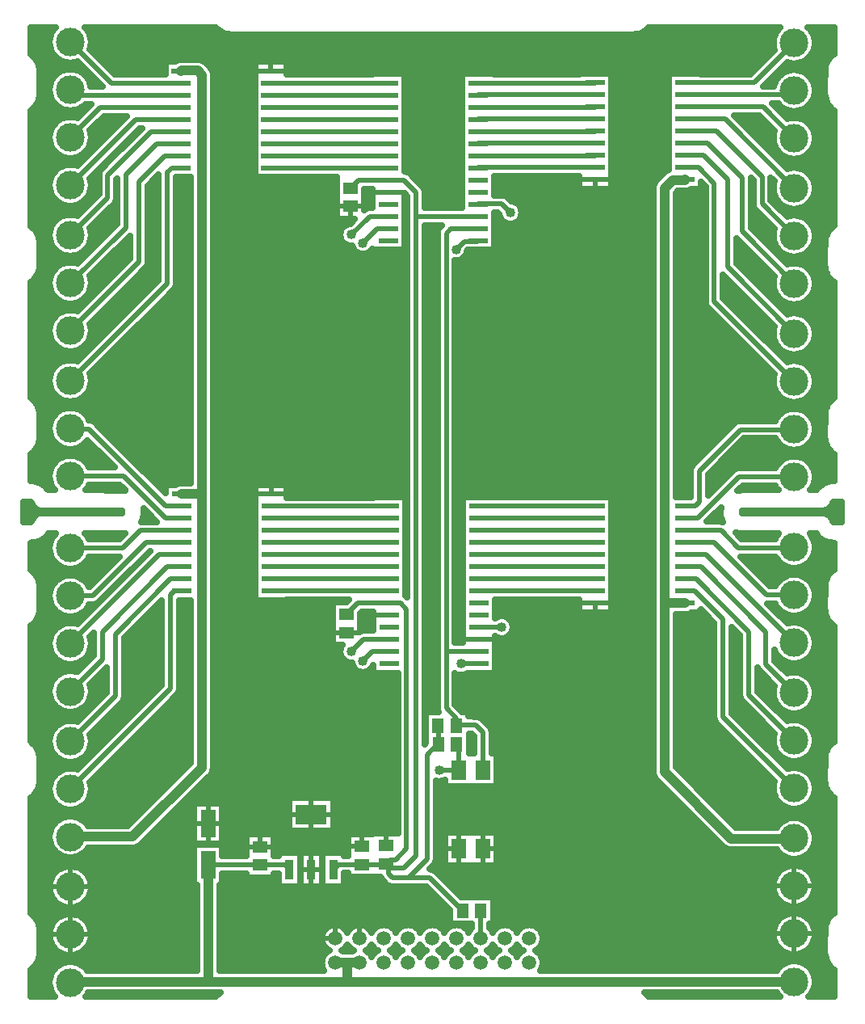
<source format=gtl>
%TF.GenerationSoftware,Novarm,DipTrace,3.2.0.1*%
%TF.CreationDate,2018-11-20T20:13:33+01:00*%
%FSLAX35Y35*%
%MOMM*%
%TF.FileFunction,Copper,L1,Top*%
%TF.Part,Single*%
%TA.AperFunction,Conductor*%
%ADD13C,1.0*%
%ADD14C,0.5*%
%TA.AperFunction,CopperBalancing*%
%ADD15C,0.635*%
%ADD16R,2.0X0.6*%
%TA.AperFunction,ComponentPad*%
%ADD18C,1.5*%
%ADD19C,3.0*%
%ADD20R,1.5X1.3*%
%ADD22R,0.95X2.15*%
%ADD23R,3.25X2.15*%
%ADD25R,1.5X2.15*%
%ADD27R,1.65X2.9*%
%ADD28R,1.3X1.5*%
%TA.AperFunction,ViaPad*%
%ADD29C,1.016*%
%TA.AperFunction,CopperBalancing*%
%ADD55C,0.5*%
G75*
G01*
%LPD*%
X1545147Y5558943D2*
D13*
X1760357D1*
Y2696120D1*
X1033623Y1969387D1*
X381887D1*
X381000Y1968500D1*
X1760357Y5558943D2*
Y9950693D1*
X1715540Y9995510D1*
X1548177D1*
X1544233Y9991567D1*
X6825877Y4416657D2*
X6609683D1*
Y2649370D1*
X7308130Y1950923D1*
X7967547D1*
X7969250Y1952627D1*
X6609683Y4416657D2*
Y8763037D1*
X6697843Y8851197D1*
X6821710D1*
X6822830Y8852317D1*
X3716873Y9230627D2*
D14*
X2485293D1*
X2484233Y9229567D1*
X2906910Y1625057D2*
Y2205057D1*
X3432653Y1680067D2*
X3681600D1*
X3687260Y1685727D1*
X3432653Y1680067D2*
X3191920D1*
X3136910Y1625057D1*
X3716873Y8849627D2*
X3404120D1*
X3317787Y8763293D1*
X3724970Y4418420D2*
X3395147D1*
X3274420Y4297693D1*
X3724970Y4418420D2*
X3843760D1*
X3906697Y4355483D1*
Y1841800D1*
X3795717Y1730820D1*
X3732353D1*
X3687260Y1685727D1*
X3727750Y1645237D1*
X3879047D1*
X4005170Y1771360D1*
Y8468627D1*
Y8719430D1*
X3874930Y8849670D1*
X3716917D1*
X3716873Y8849627D1*
X4656873Y8468627D2*
X4005170D1*
X4237090Y2936750D2*
X4227397D1*
X4121487Y2830840D1*
Y1733617D1*
X3925983Y1538113D1*
X3762400D1*
X3718510Y1582003D1*
Y1654477D1*
X3687260Y1685727D1*
X3925983Y1538113D2*
X4150760D1*
X4491620Y1197253D1*
X4237090Y2936750D2*
Y3130137D1*
X4234853Y3132373D1*
X3724970Y4545420D2*
X2487623D1*
X2485147Y4542943D1*
Y4669943D2*
X3722493D1*
X3724970Y4672420D1*
Y4799420D2*
X2487623D1*
X2485147Y4796943D1*
Y4923943D2*
X3722493D1*
X3724970Y4926420D1*
Y5053420D2*
X2487623D1*
X2485147Y5050943D1*
Y5177943D2*
X3722493D1*
X3724970Y5180420D1*
Y5307420D2*
X2487623D1*
X2485147Y5304943D1*
Y5431943D2*
X3722493D1*
X3724970Y5434420D1*
X4664970D2*
X5884113D1*
X5885877Y5432657D1*
X4664970Y5307420D2*
X5884113D1*
X5885877Y5305657D1*
X4664970Y5180420D2*
X5884113D1*
X5885877Y5178657D1*
X4664970Y5053420D2*
X5884113D1*
X5885877Y5051657D1*
X4664970Y4926420D2*
X5884113D1*
X5885877Y4924657D1*
X4664970Y4799420D2*
X5884113D1*
X5885877Y4797657D1*
X4664970Y4672420D2*
X5884113D1*
X5885877Y4670657D1*
X4664970Y4545420D2*
X5884113D1*
X5885877Y4543657D1*
X3716873Y8976627D2*
X2485293D1*
X2484233Y8975567D1*
X3716873Y9103627D2*
X2485293D1*
X2484233Y9102567D1*
X3413123Y650877D2*
D13*
X3283367D1*
X3159123D1*
X7969250Y452627D2*
X3283367D1*
X1826103D1*
X389127D1*
X381000Y444500D1*
X3283367Y650877D2*
Y452627D1*
X1826103Y1679840D2*
Y452627D1*
X2371943Y1673560D2*
D14*
X1832383D1*
X1826103Y1679840D1*
X2371943Y1673560D2*
X2628407D1*
X2676910Y1625057D1*
X3716873Y9357627D2*
X2485293D1*
X2484233Y9356567D1*
X3716873Y9484627D2*
X2485293D1*
X2484233Y9483567D1*
X3716873Y9611627D2*
X2485293D1*
X2484233Y9610567D1*
X3716873Y9738627D2*
X2485293D1*
X2484233Y9737567D1*
X3716873Y9865627D2*
X2485293D1*
X2484233Y9864567D1*
X5882830Y8979317D2*
X4659563D1*
X4656873Y8976627D1*
Y9103627D2*
X5880140D1*
X5882830Y9106317D1*
Y9233317D2*
X4659563D1*
X4656873Y9230627D1*
Y9357627D2*
X5880140D1*
X5882830Y9360317D1*
Y9487317D2*
X4659563D1*
X4656873Y9484627D1*
Y9611627D2*
X5880140D1*
X5882830Y9614317D1*
Y9741317D2*
X4659563D1*
X4656873Y9738627D1*
Y9865627D2*
X5880140D1*
X5882830Y9868317D1*
X4451290Y2668857D2*
Y2912550D1*
X4427090Y2936750D1*
X4451290Y2668857D2*
X4245447D1*
X4423820Y8123363D2*
X4508773Y8208317D1*
X4650563D1*
X4656873Y8214627D1*
X4664970Y3783420D2*
X4475530Y3782083D1*
X4705290Y2668857D2*
Y3060973D1*
X4628203Y3138060D1*
X4430540D1*
X4424853Y3132373D1*
Y3213163D1*
X4321657Y3316360D1*
Y3910420D1*
Y8289847D1*
X4369700Y8337890D1*
X4653137D1*
X4656873Y8341627D1*
X4664970Y3910420D2*
X4321657D1*
X3449027Y3812487D2*
X3546907Y3910367D1*
X3724917D1*
X3724970Y3910420D1*
X3449027Y8191417D2*
X3599907Y8342297D1*
X3716203D1*
X3716873Y8341627D1*
X3329273Y3908393D2*
X3457897Y4037017D1*
X3724567D1*
X3724970Y4037420D1*
X3329273Y8276687D2*
X3521233Y8468647D1*
X3716853D1*
X3716873Y8468627D1*
X4683123Y904877D2*
Y1195750D1*
X4681620Y1197253D1*
X4994153Y8508843D2*
X4904973Y8598023D1*
X4659270D1*
X4656873Y8595627D1*
X4664970Y4164420D2*
Y4165040D1*
X4903360D1*
X1545147Y4542943D2*
X1469047D1*
X1431980Y4505877D1*
Y3519480D1*
X381000Y2468500D1*
X1545147Y4669943D2*
X1433657D1*
X857033Y4093320D1*
Y3444533D1*
X381000Y2968500D1*
X1545147Y4796943D2*
X1398267D1*
X716590Y4115263D1*
Y3828090D1*
X381000Y3492500D1*
X1545147Y4923943D2*
X1312443D1*
X381000Y3992500D1*
X1545147Y5050943D2*
X1174143D1*
X617653Y4494453D1*
X382953D1*
X381000Y4492500D1*
X1545147Y5177943D2*
X1118557D1*
X933770Y4993157D1*
X381657D1*
X381000Y4992500D1*
X1545147Y5304943D2*
X1382303D1*
X939223Y5748027D1*
X382277D1*
X381000Y5746750D1*
X1545147Y5431943D2*
X1383387D1*
X571327Y6244003D1*
X383747D1*
X381000Y6246750D1*
X6825877Y5432657D2*
X6931013D1*
X6975837Y5477477D1*
Y5803923D1*
X7407470Y6235560D1*
X7965810D1*
X7969250Y6239000D1*
X6825877Y5305657D2*
X6956357D1*
X7392960Y5742260D1*
X7965990D1*
X7969250Y5739000D1*
X6825877Y4670657D2*
X6941150D1*
X7494523Y4117283D1*
Y3451353D1*
X7969250Y2976627D1*
X6825877Y4797657D2*
X6991880D1*
X7672253Y4117283D1*
Y3773623D1*
X7969250Y3476627D1*
X6825877Y4924657D2*
X7045220D1*
X7969250Y4000627D1*
X6825877Y5051657D2*
X7129617D1*
X7675880Y4505390D1*
X7964487D1*
X7969250Y4500627D1*
X6825877Y5178657D2*
X7202113D1*
X7382080Y4998690D1*
X7967313D1*
X7969250Y5000627D1*
X6825877Y4543657D2*
X6929260D1*
X7223760Y4249157D1*
Y3222117D1*
X7969250Y2476627D1*
X1544233Y9864567D2*
X811183D1*
X381000Y10294750D1*
X1544233Y9737567D2*
X438183D1*
X381000Y9794750D1*
X1544233Y9229567D2*
X1287110D1*
X962010Y8904470D1*
Y8351760D1*
X381000Y7770750D1*
X1544233Y9483567D2*
X1069817D1*
X381000Y8794750D1*
X1544233Y9356567D2*
X1229123D1*
X773397Y8900840D1*
Y8663147D1*
X381000Y8270750D1*
X1544233Y9610567D2*
X696817D1*
X381000Y9294750D1*
X1544233Y9102567D2*
X1374113D1*
X1099843Y8828297D1*
Y7989593D1*
X381000Y7270750D1*
X1544233Y8975567D2*
X1442980D1*
X1397273Y8929860D1*
Y7763023D1*
X381000Y6746750D1*
X6822830Y9868317D2*
X7550567D1*
X7969250Y10287000D1*
X6822830Y9741317D2*
X7923567D1*
X7969250Y9787000D1*
X6822830Y9614317D2*
X7641933D1*
X7969250Y9287000D1*
X6822830Y9487317D2*
X7244933D1*
X7969250Y8763000D1*
X6822830Y9360317D2*
X7157870D1*
X7632430Y8885760D1*
Y8599820D1*
X7969250Y8263000D1*
X6822830Y9233317D2*
X7063613D1*
X7422053Y8874877D1*
Y8310197D1*
X7969250Y7763000D1*
X6822830Y9106317D2*
X7016510D1*
X7269710Y8853113D1*
Y7938540D1*
X7969250Y7239000D1*
X6822830Y8979317D2*
X6969403D1*
X7131877Y8816843D1*
Y7576373D1*
X7969250Y6739000D1*
D29*
X4245447Y2668857D3*
X4423820Y8123363D3*
X4475530Y3782083D3*
X3449027Y3812487D3*
Y8191417D3*
X3329273Y3908393D3*
Y8276687D3*
X4994153Y8508843D3*
X4903360Y4165040D3*
X1972883Y1357487D3*
X2074883Y1354413D3*
X2172067Y1348040D3*
X2017357Y1279330D3*
X2123677Y1275140D3*
X1967893Y1203487D3*
X1191760Y1455360D3*
X1253203Y1367580D3*
X1319037Y1297360D3*
X1380323Y1230567D3*
X1287847Y1473270D3*
X1346793Y1400687D3*
X1408663Y1322667D3*
X6902307Y1170057D3*
X7012663Y1300683D3*
X7118517Y1406537D3*
X7217613Y1505633D3*
X6915820Y1284917D3*
X7026177Y1424553D3*
X7143290Y1525903D3*
X2071853Y1200190D3*
X2166810Y1197697D3*
X5784247Y4270130D3*
X5878283Y4267900D3*
X3079257Y4171990D3*
X3083077Y4076473D3*
X2406713Y5710560D3*
X2508933Y5709303D3*
X3108713Y8623483D3*
X3106667Y8517017D3*
X2415970Y10116073D3*
X3804307Y1357917D3*
X3931370Y1354497D3*
X3744340Y1289247D3*
X2527723Y10116073D3*
X5812640Y8705663D3*
X5933653Y8702337D3*
X3870450Y1292847D3*
X3996667Y1283197D3*
X4295433Y1610373D3*
X4350910Y1551430D3*
X4402917Y1491333D3*
X4415630Y1604593D3*
X4463017Y1551430D3*
X4531203Y1599973D3*
X4525427Y1500580D3*
X-30610Y10405130D2*
D15*
X187473D1*
X574510D2*
X1954790D1*
X6395447D2*
X7780560D1*
X8157933D2*
X8380843D1*
X-30610Y10341963D2*
X162590D1*
X599483D2*
X7752667D1*
X8185823D2*
X8380843D1*
X-30610Y10278797D2*
X157940D1*
X604040D2*
X7745740D1*
X8192750D2*
X8380843D1*
X-30610Y10215630D2*
X172250D1*
X597020D2*
X7757680D1*
X8180810D2*
X8380843D1*
X-11560Y10152463D2*
X210440D1*
X660187D2*
X7697890D1*
X8146267D2*
X8361797D1*
X37477Y10089297D2*
X303867D1*
X723350D2*
X1471353D1*
X1792307D2*
X7634727D1*
X8065783D2*
X8312760D1*
X59900Y10026130D2*
X512773D1*
X786513D2*
X1370637D1*
X1856473D2*
X2310623D1*
X2657830D2*
X7571470D1*
X7845210D2*
X8290337D1*
X64457Y9962963D2*
X237147D1*
X524927D2*
X575937D1*
X849677D2*
X1370637D1*
X1883363D2*
X2310623D1*
X2657830D2*
X5709177D1*
X6056473D2*
X6649167D1*
X6996460D2*
X7508307D1*
X7782047D2*
X7835427D1*
X8103063D2*
X8285780D1*
X64457Y9899797D2*
X184463D1*
X577517D2*
X639100D1*
X1884000D2*
X2310623D1*
X3890483D2*
X4483267D1*
X6056473D2*
X6649167D1*
X7718883D2*
X7777187D1*
X8161307D2*
X8285780D1*
X64457Y9836630D2*
X161403D1*
X600577D2*
X702263D1*
X1884000D2*
X2310623D1*
X3890483D2*
X4483267D1*
X6056473D2*
X6649167D1*
X7655720D2*
X7751393D1*
X8187190D2*
X8285780D1*
X64457Y9773463D2*
X158397D1*
X1884000D2*
X2310623D1*
X3890483D2*
X4483267D1*
X6056473D2*
X6649167D1*
X8192477D2*
X8285780D1*
X57893Y9710297D2*
X174440D1*
X1884000D2*
X2310623D1*
X3890483D2*
X4483267D1*
X6056473D2*
X6649167D1*
X8178897D2*
X8292343D1*
X32463Y9647130D2*
X215180D1*
X1884000D2*
X2310623D1*
X3890483D2*
X4483267D1*
X6056473D2*
X6649167D1*
X7745953D2*
X7796600D1*
X8141890D2*
X8317773D1*
X-23043Y9583963D2*
X321913D1*
X440160D2*
X533370D1*
X1884000D2*
X2310623D1*
X3890483D2*
X4483267D1*
X6056473D2*
X6649167D1*
X7809117D2*
X7885467D1*
X8053023D2*
X8373280D1*
X-30610Y9520797D2*
X470207D1*
X1884000D2*
X2310623D1*
X3890483D2*
X4483267D1*
X6056473D2*
X6649167D1*
X7348283D2*
X7598540D1*
X7872283D2*
X8380843D1*
X-30610Y9457630D2*
X230857D1*
X680783D2*
X906977D1*
X1884000D2*
X2310623D1*
X3890483D2*
X4483267D1*
X6056473D2*
X6649167D1*
X7411450D2*
X7661797D1*
X8110173D2*
X8380843D1*
X-30610Y9394463D2*
X181547D1*
X617620D2*
X843813D1*
X1884000D2*
X2310623D1*
X3890483D2*
X4483267D1*
X6056473D2*
X6649167D1*
X7474613D2*
X7724960D1*
X8164497D2*
X8380843D1*
X-30610Y9331297D2*
X160493D1*
X601580D2*
X780650D1*
X1884000D2*
X2310623D1*
X3890483D2*
X4483267D1*
X6056473D2*
X6649167D1*
X7537777D2*
X7750207D1*
X8188283D2*
X8380843D1*
X-30610Y9268130D2*
X159033D1*
X603037D2*
X717487D1*
X1884000D2*
X2310623D1*
X3890483D2*
X4483267D1*
X6056473D2*
X6649167D1*
X7601033D2*
X7746470D1*
X8192113D2*
X8380843D1*
X-30610Y9204963D2*
X176810D1*
X585263D2*
X654320D1*
X1884000D2*
X2310623D1*
X3890483D2*
X4483267D1*
X6056473D2*
X6649167D1*
X7664197D2*
X7761690D1*
X8176800D2*
X8380843D1*
X-30610Y9141797D2*
X220283D1*
X541697D2*
X591157D1*
X1884000D2*
X2310623D1*
X3890483D2*
X4483267D1*
X6056473D2*
X6649167D1*
X7727360D2*
X7801250D1*
X8137243D2*
X8380843D1*
X-30610Y9078630D2*
X352083D1*
X409900D2*
X527993D1*
X1884000D2*
X2310623D1*
X3890483D2*
X4483267D1*
X6056473D2*
X6649167D1*
X7790523D2*
X7901237D1*
X8037257D2*
X8380843D1*
X-30610Y9015463D2*
X464830D1*
X1884000D2*
X2310623D1*
X3890483D2*
X4483267D1*
X6056473D2*
X6649167D1*
X7853687D2*
X8380843D1*
X-30610Y8952297D2*
X225023D1*
X1884000D2*
X2310623D1*
X3890483D2*
X4483267D1*
X6056473D2*
X6632030D1*
X8082283D2*
X8380843D1*
X-30610Y8889130D2*
X178903D1*
X612243D2*
X674737D1*
X1884000D2*
X2310623D1*
X3972333D2*
X4483267D1*
X6056473D2*
X6563580D1*
X8152557D2*
X8380843D1*
X-30610Y8825963D2*
X159583D1*
X602400D2*
X674737D1*
X1234403D2*
X1298630D1*
X1495900D2*
X1636690D1*
X1884000D2*
X3169127D1*
X4035497D2*
X4483267D1*
X4830473D2*
X5709177D1*
X6056473D2*
X6504333D1*
X7731097D2*
X7754947D1*
X8183543D2*
X8380843D1*
X-30610Y8762797D2*
X159763D1*
X602307D2*
X674737D1*
X1198493D2*
X1298630D1*
X1495900D2*
X1636690D1*
X1884000D2*
X3169127D1*
X4093010D2*
X4483267D1*
X4830473D2*
X5709177D1*
X6056473D2*
X6486013D1*
X6996460D2*
X7033253D1*
X8192933D2*
X8380843D1*
X-30610Y8699630D2*
X179270D1*
X582710D2*
X673007D1*
X1198493D2*
X1298630D1*
X1495900D2*
X1636690D1*
X1884000D2*
X3169127D1*
X3466383D2*
X3543190D1*
X4103767D2*
X4483267D1*
X4830473D2*
X6486013D1*
X6733323D2*
X7033253D1*
X7731097D2*
X7755037D1*
X8183453D2*
X8380843D1*
X-30610Y8636463D2*
X225753D1*
X536227D2*
X609843D1*
X1198493D2*
X1298630D1*
X1495900D2*
X1636690D1*
X1884000D2*
X3169127D1*
X3466383D2*
X3543190D1*
X4103767D2*
X4483267D1*
X5003377D2*
X6486013D1*
X6733323D2*
X7033253D1*
X7732647D2*
X7786210D1*
X8152283D2*
X8380843D1*
X-30610Y8573297D2*
X546677D1*
X820420D2*
X863410D1*
X1198493D2*
X1298630D1*
X1495900D2*
X1636690D1*
X1884000D2*
X3169127D1*
X3466383D2*
X3543190D1*
X4103767D2*
X4483267D1*
X5099443D2*
X6486013D1*
X6733323D2*
X7033253D1*
X7795810D2*
X7856940D1*
X8081553D2*
X8380843D1*
X-30610Y8510130D2*
X483513D1*
X757257D2*
X863410D1*
X1198493D2*
X1298630D1*
X1495900D2*
X1636690D1*
X1884000D2*
X3169127D1*
X5118583D2*
X6486013D1*
X6733323D2*
X7033253D1*
X7520733D2*
X7585233D1*
X7858973D2*
X8380843D1*
X-30610Y8446963D2*
X247537D1*
X694093D2*
X863410D1*
X1198493D2*
X1298630D1*
X1495900D2*
X1636690D1*
X1884000D2*
X3169127D1*
X4830473D2*
X4887227D1*
X5101083D2*
X6486013D1*
X6733323D2*
X7033253D1*
X7520733D2*
X7648397D1*
X8091213D2*
X8380843D1*
X-30610Y8383797D2*
X189113D1*
X630927D2*
X857213D1*
X1198493D2*
X1298630D1*
X1495900D2*
X1636690D1*
X1884000D2*
X3273213D1*
X4830473D2*
X6486013D1*
X6733323D2*
X7033253D1*
X7520733D2*
X7711560D1*
X8156200D2*
X8380843D1*
X18247Y8320630D2*
X163137D1*
X598843D2*
X794047D1*
X1198493D2*
X1298630D1*
X1495900D2*
X1636690D1*
X1884000D2*
X3213333D1*
X4103767D2*
X4228333D1*
X4830473D2*
X6486013D1*
X6733323D2*
X7033253D1*
X7548533D2*
X7753397D1*
X8185093D2*
X8331990D1*
X51787Y8257463D2*
X157760D1*
X604223D2*
X730883D1*
X1198493D2*
X1298630D1*
X1495900D2*
X1636690D1*
X1884000D2*
X3206403D1*
X4103767D2*
X4223047D1*
X4830473D2*
X6486013D1*
X6733323D2*
X7033253D1*
X7611697D2*
X7745650D1*
X8192843D2*
X8298450D1*
X64000Y8194297D2*
X171250D1*
X590733D2*
X667720D1*
X941370D2*
X1001223D1*
X1198493D2*
X1298630D1*
X1495900D2*
X1636690D1*
X1884000D2*
X3238307D1*
X4103767D2*
X4223047D1*
X4830473D2*
X6486013D1*
X6733323D2*
X7033253D1*
X7368337D2*
X7401117D1*
X7674860D2*
X7756770D1*
X8181723D2*
X8286327D1*
X64457Y8131130D2*
X208163D1*
X553817D2*
X604557D1*
X878207D2*
X1001223D1*
X1198493D2*
X1298630D1*
X1495900D2*
X1636690D1*
X1884000D2*
X3341117D1*
X4103767D2*
X4223047D1*
X4830473D2*
X6486013D1*
X6733323D2*
X7033253D1*
X7368337D2*
X7464283D1*
X7738023D2*
X7790220D1*
X8148270D2*
X8285780D1*
X64457Y8067963D2*
X296573D1*
X465407D2*
X541393D1*
X815043D2*
X1001223D1*
X1198493D2*
X1298630D1*
X1495900D2*
X1636690D1*
X1884000D2*
X3906497D1*
X4103767D2*
X4223047D1*
X4534430D2*
X6486013D1*
X6733323D2*
X7033253D1*
X7368337D2*
X7527447D1*
X7801187D2*
X7867147D1*
X8071437D2*
X8285780D1*
X64457Y8004797D2*
X478137D1*
X751877D2*
X978163D1*
X1198493D2*
X1298630D1*
X1495900D2*
X1636690D1*
X1884000D2*
X3906497D1*
X4103767D2*
X4223047D1*
X4420317D2*
X6486013D1*
X6733323D2*
X7033253D1*
X7368337D2*
X7590610D1*
X7864353D2*
X8285780D1*
X63180Y7941630D2*
X240427D1*
X688713D2*
X915000D1*
X1185003D2*
X1298630D1*
X1495900D2*
X1636690D1*
X1884000D2*
X3906497D1*
X4103767D2*
X4223047D1*
X4420317D2*
X6486013D1*
X6733323D2*
X7033253D1*
X7403520D2*
X7653773D1*
X8099327D2*
X8287057D1*
X47960Y7878463D2*
X185923D1*
X625550D2*
X851833D1*
X1125577D2*
X1298630D1*
X1495900D2*
X1636690D1*
X1884000D2*
X3906497D1*
X4103767D2*
X4223047D1*
X4420317D2*
X6486013D1*
X6733323D2*
X7033253D1*
X7466683D2*
X7716940D1*
X8159663D2*
X8302277D1*
X9860Y7815297D2*
X161950D1*
X600030D2*
X788670D1*
X1062413D2*
X1298630D1*
X1495900D2*
X1636690D1*
X1884000D2*
X3906497D1*
X4103767D2*
X4223047D1*
X4420317D2*
X6486013D1*
X6733323D2*
X7033253D1*
X7230523D2*
X7256107D1*
X7529847D2*
X7752030D1*
X8186460D2*
X8340377D1*
X-30610Y7752130D2*
X158123D1*
X603857D2*
X725507D1*
X999247D2*
X1249503D1*
X1495263D2*
X1636690D1*
X1884000D2*
X3906497D1*
X4103767D2*
X4223047D1*
X4420317D2*
X6486013D1*
X6733323D2*
X7033253D1*
X7230523D2*
X7319270D1*
X7593010D2*
X7745923D1*
X8192660D2*
X8380843D1*
X-30610Y7688963D2*
X173343D1*
X588637D2*
X662343D1*
X936083D2*
X1186340D1*
X1460080D2*
X1636690D1*
X1884000D2*
X3906497D1*
X4103767D2*
X4223047D1*
X4420317D2*
X6486013D1*
X6733323D2*
X7033253D1*
X7230523D2*
X7382433D1*
X7656177D2*
X7758593D1*
X8179900D2*
X8380843D1*
X-30610Y7625797D2*
X212810D1*
X549260D2*
X599177D1*
X872920D2*
X1123177D1*
X1396917D2*
X1636690D1*
X1884000D2*
X3906497D1*
X4103767D2*
X4223047D1*
X4420317D2*
X6486013D1*
X6733323D2*
X7033253D1*
X7230523D2*
X7445597D1*
X7719340D2*
X7794413D1*
X8144080D2*
X8380843D1*
X-30610Y7562630D2*
X312160D1*
X449820D2*
X536013D1*
X809757D2*
X1060010D1*
X1333753D2*
X1636690D1*
X1884000D2*
X3906497D1*
X4103767D2*
X4223047D1*
X4420317D2*
X6486013D1*
X6733323D2*
X7034257D1*
X7282477D2*
X7508760D1*
X7782503D2*
X7878813D1*
X8059677D2*
X8380843D1*
X-30610Y7499463D2*
X472850D1*
X746593D2*
X996847D1*
X1270590D2*
X1636690D1*
X1884000D2*
X3906497D1*
X4103767D2*
X4223047D1*
X4420317D2*
X6486013D1*
X6733323D2*
X7071900D1*
X7345640D2*
X7571927D1*
X7845667D2*
X8380843D1*
X-30610Y7436297D2*
X233867D1*
X683427D2*
X933683D1*
X1207427D2*
X1636690D1*
X1884000D2*
X3906497D1*
X4103767D2*
X4223047D1*
X4420317D2*
X6486013D1*
X6733323D2*
X7135063D1*
X7408807D2*
X7635090D1*
X8066603D2*
X8380843D1*
X-30610Y7373130D2*
X183007D1*
X620263D2*
X870520D1*
X1144260D2*
X1636690D1*
X1884000D2*
X3906497D1*
X4103767D2*
X4223047D1*
X4420317D2*
X6486013D1*
X6733323D2*
X7198227D1*
X7471970D2*
X7698253D1*
X8146540D2*
X8380843D1*
X-30610Y7309963D2*
X160950D1*
X601033D2*
X807357D1*
X1081097D2*
X1636690D1*
X1884000D2*
X3906497D1*
X4103767D2*
X4223047D1*
X4420317D2*
X6486013D1*
X6733323D2*
X7261393D1*
X7535133D2*
X7757500D1*
X8180993D2*
X8380843D1*
X-30610Y7246797D2*
X158670D1*
X603310D2*
X744190D1*
X1017933D2*
X1636690D1*
X1884000D2*
X3906497D1*
X4103767D2*
X4223047D1*
X4420317D2*
X6486013D1*
X6733323D2*
X7324557D1*
X7598297D2*
X7745740D1*
X8192750D2*
X8380843D1*
X-30610Y7183630D2*
X175623D1*
X586450D2*
X681027D1*
X954770D2*
X1636690D1*
X1884000D2*
X3906497D1*
X4103767D2*
X4223047D1*
X4420317D2*
X6486013D1*
X6733323D2*
X7387720D1*
X7661460D2*
X7752760D1*
X8185733D2*
X8380843D1*
X-30610Y7120463D2*
X217733D1*
X544247D2*
X617863D1*
X891603D2*
X1636690D1*
X1884000D2*
X3906497D1*
X4103767D2*
X4223047D1*
X4420317D2*
X6486013D1*
X6733323D2*
X7450883D1*
X7724627D2*
X7780833D1*
X8157750D2*
X8380843D1*
X-30610Y7057297D2*
X334033D1*
X428037D2*
X554700D1*
X828440D2*
X1636690D1*
X1884000D2*
X3906497D1*
X4103767D2*
X4223047D1*
X4420317D2*
X6486013D1*
X6733323D2*
X7514047D1*
X7787790D2*
X7843723D1*
X8094770D2*
X8380843D1*
X-30610Y6994130D2*
X491533D1*
X765277D2*
X1636690D1*
X1884000D2*
X3906497D1*
X4103767D2*
X4223047D1*
X4420317D2*
X6486013D1*
X6733323D2*
X7577213D1*
X7850953D2*
X8380843D1*
X-30610Y6930963D2*
X259387D1*
X702113D2*
X1636690D1*
X1884000D2*
X3906497D1*
X4103767D2*
X4223047D1*
X4420317D2*
X6486013D1*
X6733323D2*
X7640377D1*
X8077450D2*
X8380843D1*
X-30610Y6867797D2*
X194217D1*
X638950D2*
X1636690D1*
X1884000D2*
X3906497D1*
X4103767D2*
X4223047D1*
X4420317D2*
X6486013D1*
X6733323D2*
X7703540D1*
X8150640D2*
X8380843D1*
X-30610Y6804630D2*
X165233D1*
X596747D2*
X1636690D1*
X1884000D2*
X3906497D1*
X4103767D2*
X4223047D1*
X4420317D2*
X6486013D1*
X6733323D2*
X7755767D1*
X8182723D2*
X8380843D1*
X-30610Y6741463D2*
X157393D1*
X604587D2*
X1636690D1*
X1884000D2*
X3906497D1*
X4103767D2*
X4223047D1*
X4420317D2*
X6486013D1*
X6733323D2*
X7745650D1*
X8192843D2*
X8380843D1*
X-30610Y6678297D2*
X168423D1*
X593557D2*
X1636690D1*
X1884000D2*
X3906497D1*
X4103767D2*
X4223047D1*
X4420317D2*
X6486013D1*
X6733323D2*
X7754217D1*
X8184273D2*
X8380843D1*
X-30610Y6615130D2*
X201783D1*
X560200D2*
X1636690D1*
X1884000D2*
X3906497D1*
X4103767D2*
X4223047D1*
X4420317D2*
X6486013D1*
X6733323D2*
X7784387D1*
X8154103D2*
X8380843D1*
X-10557Y6551963D2*
X278343D1*
X483637D2*
X1636690D1*
X1884000D2*
X3906497D1*
X4103767D2*
X4223047D1*
X4420317D2*
X6486013D1*
X6733323D2*
X7852290D1*
X8086200D2*
X8360793D1*
X38207Y6488797D2*
X1636690D1*
X1884000D2*
X3906497D1*
X4103767D2*
X4223047D1*
X4420317D2*
X6486013D1*
X6733323D2*
X8312030D1*
X60263Y6425630D2*
X251273D1*
X510707D2*
X1636690D1*
X1884000D2*
X3906497D1*
X4103767D2*
X4223047D1*
X4420317D2*
X6486013D1*
X6733323D2*
X7851653D1*
X8086840D2*
X8290063D1*
X64457Y6362463D2*
X190753D1*
X571227D2*
X1636690D1*
X1884000D2*
X3906497D1*
X4103767D2*
X4223047D1*
X4420317D2*
X6486013D1*
X6733323D2*
X7784113D1*
X8154377D2*
X8285780D1*
X64457Y6299297D2*
X163773D1*
X652893D2*
X1636690D1*
X1884000D2*
X3906497D1*
X4103767D2*
X4223047D1*
X4420317D2*
X6486013D1*
X6733323D2*
X7334310D1*
X8184367D2*
X8285780D1*
X64457Y6236130D2*
X157577D1*
X716057D2*
X1636690D1*
X1884000D2*
X3906497D1*
X4103767D2*
X4223047D1*
X4420317D2*
X6486013D1*
X6733323D2*
X7271143D1*
X8192843D2*
X8285780D1*
X64457Y6172963D2*
X170247D1*
X779223D2*
X1636690D1*
X1884000D2*
X3906497D1*
X4103767D2*
X4223047D1*
X4420317D2*
X6486013D1*
X6733323D2*
X7207980D1*
X8182633D2*
X8285780D1*
X58077Y6109797D2*
X205977D1*
X842387D2*
X1636690D1*
X1884000D2*
X3906497D1*
X4103767D2*
X4223047D1*
X4420317D2*
X6486013D1*
X6733323D2*
X7144817D1*
X7418557D2*
X7788213D1*
X8150277D2*
X8292160D1*
X32557Y6046630D2*
X290010D1*
X471970D2*
X631810D1*
X905550D2*
X1636690D1*
X1884000D2*
X3906497D1*
X4103767D2*
X4223047D1*
X4420317D2*
X6486013D1*
X6733323D2*
X7081653D1*
X7355393D2*
X7861860D1*
X8076630D2*
X8317680D1*
X-23407Y5983463D2*
X694973D1*
X968713D2*
X1636690D1*
X1884000D2*
X3906497D1*
X4103767D2*
X4223047D1*
X4420317D2*
X6486013D1*
X6733323D2*
X7018487D1*
X7292230D2*
X8373643D1*
X-30610Y5920297D2*
X243893D1*
X518090D2*
X758137D1*
X1031877D2*
X1636690D1*
X1884000D2*
X3906497D1*
X4103767D2*
X4223047D1*
X4420317D2*
X6486013D1*
X6733323D2*
X6955323D1*
X7229067D2*
X7843083D1*
X8095407D2*
X8380843D1*
X-30610Y5857130D2*
X187473D1*
X574510D2*
X821300D1*
X1095043D2*
X1636690D1*
X1884000D2*
X3906497D1*
X4103767D2*
X4223047D1*
X4420317D2*
X6486013D1*
X6733323D2*
X6894073D1*
X7165900D2*
X7780560D1*
X8157933D2*
X8380843D1*
X-30610Y5793963D2*
X162590D1*
X1158207D2*
X1636690D1*
X1884000D2*
X3906497D1*
X4103767D2*
X4223047D1*
X4420317D2*
X6486013D1*
X6733323D2*
X6877213D1*
X7102737D2*
X7307783D1*
X8185823D2*
X8380843D1*
X-30610Y5730797D2*
X157940D1*
X1221370D2*
X1636690D1*
X1884000D2*
X3906497D1*
X4103767D2*
X4223047D1*
X4420317D2*
X6486013D1*
X6733323D2*
X6877213D1*
X7074483D2*
X7244620D1*
X8192750D2*
X8380843D1*
X82140Y5667630D2*
X172250D1*
X1284533D2*
X1494687D1*
X1884000D2*
X3906497D1*
X4103767D2*
X4223047D1*
X4420317D2*
X6486013D1*
X6733323D2*
X6877213D1*
X7074483D2*
X7181457D1*
X8180810D2*
X8268097D1*
X154233Y5604463D2*
X210440D1*
X551540D2*
X945897D1*
X1347700D2*
X1371490D1*
X1884000D2*
X2311533D1*
X2658830D2*
X3906497D1*
X4103767D2*
X4223047D1*
X4420317D2*
X6486013D1*
X6733323D2*
X6877213D1*
X7074483D2*
X7118293D1*
X7392033D2*
X7792227D1*
X8146267D2*
X8196000D1*
X1884000Y5541297D2*
X2311533D1*
X2658830D2*
X3906497D1*
X4103767D2*
X4223047D1*
X4420317D2*
X6486013D1*
X6733323D2*
X6877213D1*
X-102157Y5478130D2*
X-34467D1*
X1884000D2*
X2311533D1*
X4103767D2*
X4223047D1*
X4420317D2*
X4491287D1*
X6059483D2*
X6486013D1*
X8384703D2*
X8456403D1*
X-102157Y5414963D2*
X1627D1*
X1884000D2*
X2311533D1*
X4103767D2*
X4223047D1*
X4420317D2*
X4491287D1*
X6059483D2*
X6486013D1*
X8348610D2*
X8456403D1*
X-102067Y5351797D2*
X33437D1*
X1158023D2*
X1198553D1*
X1884000D2*
X2311533D1*
X4103767D2*
X4223047D1*
X4420317D2*
X4491287D1*
X6059483D2*
X6486013D1*
X7139377D2*
X7192213D1*
X8316800D2*
X8456403D1*
X-102067Y5288630D2*
X-25717D1*
X1142983D2*
X1261717D1*
X1884000D2*
X2311533D1*
X4103767D2*
X4223047D1*
X4420317D2*
X4491287D1*
X6059483D2*
X6486013D1*
X7076213D2*
X7207250D1*
X8375953D2*
X8456403D1*
X1884000Y5225463D2*
X2311533D1*
X4103767D2*
X4223047D1*
X4420317D2*
X4491287D1*
X6059483D2*
X6486013D1*
X1884000Y5162297D2*
X2311533D1*
X4103767D2*
X4223047D1*
X4420317D2*
X4491287D1*
X6059483D2*
X6486013D1*
X113400Y5099130D2*
X185283D1*
X576697D2*
X902877D1*
X1884000D2*
X2311533D1*
X4103767D2*
X4223047D1*
X4420317D2*
X4491287D1*
X6059483D2*
X6486013D1*
X7418467D2*
X7769257D1*
X8169233D2*
X8236833D1*
X-30610Y5035963D2*
X161770D1*
X1884000D2*
X2311533D1*
X4103767D2*
X4223047D1*
X4420317D2*
X4491287D1*
X6059483D2*
X6486013D1*
X8190017D2*
X8380843D1*
X-30610Y4972797D2*
X158213D1*
X1884000D2*
X2311533D1*
X4103767D2*
X4223047D1*
X4420317D2*
X4491287D1*
X6059483D2*
X6486013D1*
X8191110D2*
X8380843D1*
X-30610Y4909630D2*
X173800D1*
X1884000D2*
X2311533D1*
X4103767D2*
X4223047D1*
X4420317D2*
X4491287D1*
X6059483D2*
X6486013D1*
X8172880D2*
X8380843D1*
X-30610Y4846463D2*
X213723D1*
X548260D2*
X832783D1*
X1884000D2*
X2311533D1*
X4103767D2*
X4223047D1*
X4420317D2*
X4491287D1*
X6059483D2*
X6486013D1*
X7471697D2*
X7809727D1*
X8128767D2*
X8380843D1*
X-30610Y4783297D2*
X315897D1*
X446083D2*
X769620D1*
X1884000D2*
X2311533D1*
X4103767D2*
X4223047D1*
X4420317D2*
X4491287D1*
X6059483D2*
X6486013D1*
X7534860D2*
X8380843D1*
X18337Y4720130D2*
X706457D1*
X1884000D2*
X2311533D1*
X4103767D2*
X4223047D1*
X4420317D2*
X4491287D1*
X6059483D2*
X6486013D1*
X7598023D2*
X8331990D1*
X51787Y4656963D2*
X232680D1*
X529390D2*
X643293D1*
X1884000D2*
X2311533D1*
X4103767D2*
X4223047D1*
X4420317D2*
X4491287D1*
X6059483D2*
X6486013D1*
X7661187D2*
X7812003D1*
X8126487D2*
X8298450D1*
X64000Y4593797D2*
X182460D1*
X1884000D2*
X2311533D1*
X4103767D2*
X4223047D1*
X4420317D2*
X4491287D1*
X6059483D2*
X6486013D1*
X8171877D2*
X8286237D1*
X64457Y4530630D2*
X160767D1*
X1884000D2*
X2311533D1*
X4103767D2*
X4223047D1*
X4420317D2*
X4491287D1*
X6059483D2*
X6486013D1*
X8190837D2*
X8285780D1*
X64457Y4467463D2*
X158760D1*
X1884000D2*
X2311533D1*
X4103767D2*
X4223047D1*
X4420317D2*
X4491287D1*
X6059483D2*
X6486013D1*
X8190380D2*
X8285780D1*
X64457Y4404297D2*
X176080D1*
X1304860D2*
X1333357D1*
X1530627D2*
X1636690D1*
X1884000D2*
X3125740D1*
X4103767D2*
X4223047D1*
X4420317D2*
X4491287D1*
X4838583D2*
X5712277D1*
X6059483D2*
X6486013D1*
X7702477D2*
X7768163D1*
X8170330D2*
X8285780D1*
X63270Y4341130D2*
X218737D1*
X543247D2*
X592797D1*
X1241697D2*
X1333357D1*
X1530627D2*
X1636690D1*
X1884000D2*
X3125740D1*
X4103767D2*
X4223047D1*
X4420317D2*
X4491287D1*
X4838583D2*
X5712277D1*
X6059483D2*
X6486013D1*
X7765640D2*
X7815377D1*
X8123207D2*
X8286963D1*
X48050Y4277963D2*
X340143D1*
X421840D2*
X529633D1*
X1178533D2*
X1333357D1*
X1530627D2*
X1636690D1*
X1884000D2*
X3125740D1*
X3423090D2*
X3551300D1*
X4103767D2*
X4223047D1*
X4420317D2*
X4491287D1*
X4838583D2*
X4862433D1*
X4944223D2*
X6486013D1*
X6733323D2*
X7058047D1*
X7828807D2*
X8302187D1*
X9860Y4214797D2*
X466470D1*
X1115367D2*
X1333357D1*
X1530627D2*
X1636690D1*
X1884000D2*
X3125740D1*
X3423090D2*
X3551300D1*
X4103767D2*
X4223047D1*
X4420317D2*
X4491287D1*
X5016773D2*
X6486013D1*
X6733323D2*
X7121210D1*
X7891970D2*
X7926210D1*
X8012283D2*
X8340377D1*
X-30610Y4151630D2*
X226667D1*
X1052203D2*
X1333357D1*
X1530627D2*
X1636690D1*
X1884000D2*
X3125740D1*
X3423090D2*
X3551300D1*
X4103767D2*
X4223047D1*
X4420317D2*
X4491287D1*
X5027073D2*
X6486013D1*
X6733323D2*
X7125130D1*
X8131867D2*
X8380843D1*
X-30610Y4088463D2*
X179727D1*
X989040D2*
X1333357D1*
X1530627D2*
X1636690D1*
X1884000D2*
X3125740D1*
X4103767D2*
X4223047D1*
X4420317D2*
X4491287D1*
X4999640D2*
X6486013D1*
X6733323D2*
X7125130D1*
X7322400D2*
X7386443D1*
X8174340D2*
X8380843D1*
X-30610Y4025297D2*
X159857D1*
X955680D2*
X1333357D1*
X1530627D2*
X1636690D1*
X1884000D2*
X3125740D1*
X4103767D2*
X4223047D1*
X4420317D2*
X4491287D1*
X4838583D2*
X6486013D1*
X6733323D2*
X7125130D1*
X7322400D2*
X7395923D1*
X8191473D2*
X8380843D1*
X-30610Y3962130D2*
X159490D1*
X955680D2*
X1333357D1*
X1530627D2*
X1636690D1*
X1884000D2*
X3217797D1*
X4103767D2*
X4223047D1*
X4838583D2*
X6486013D1*
X6733323D2*
X7125130D1*
X7322400D2*
X7395923D1*
X8189470D2*
X8380843D1*
X-30610Y3898963D2*
X178540D1*
X583440D2*
X617953D1*
X955680D2*
X1333357D1*
X1530627D2*
X1636690D1*
X1884000D2*
X3205220D1*
X4103767D2*
X4223047D1*
X4838583D2*
X6486013D1*
X6733323D2*
X7125130D1*
X7322400D2*
X7395923D1*
X8167687D2*
X8380843D1*
X-30610Y3835797D2*
X224113D1*
X537867D2*
X587420D1*
X955680D2*
X1333357D1*
X1530627D2*
X1636690D1*
X1884000D2*
X3229737D1*
X4103767D2*
X4223047D1*
X4838583D2*
X6486013D1*
X6733323D2*
X7125130D1*
X7322400D2*
X7395923D1*
X7770927D2*
X7821300D1*
X8117190D2*
X8380843D1*
X-30610Y3772630D2*
X524257D1*
X955680D2*
X1333357D1*
X1530627D2*
X1636690D1*
X1884000D2*
X3331547D1*
X4103767D2*
X4223047D1*
X4838583D2*
X6486013D1*
X6733323D2*
X7125130D1*
X7322400D2*
X7395923D1*
X7810120D2*
X8380843D1*
X-30610Y3709463D2*
X362747D1*
X399193D2*
X461093D1*
X734833D2*
X758410D1*
X955680D2*
X1333357D1*
X1530627D2*
X1636690D1*
X1884000D2*
X3384960D1*
X3513050D2*
X3551300D1*
X4103767D2*
X4223047D1*
X4838583D2*
X6486013D1*
X6733323D2*
X7125130D1*
X7322400D2*
X7395923D1*
X7873283D2*
X8380843D1*
X-30610Y3646297D2*
X221197D1*
X671670D2*
X758410D1*
X955680D2*
X1333357D1*
X1530627D2*
X1636690D1*
X1884000D2*
X3808060D1*
X4103767D2*
X4223047D1*
X4420317D2*
X6486013D1*
X6733323D2*
X7125130D1*
X7322400D2*
X7395923D1*
X7593193D2*
X7662707D1*
X8111357D2*
X8380843D1*
X-30610Y3583130D2*
X177173D1*
X608507D2*
X758410D1*
X955680D2*
X1333357D1*
X1530627D2*
X1636690D1*
X1884000D2*
X3808060D1*
X4103767D2*
X4223047D1*
X4420317D2*
X6486013D1*
X6733323D2*
X7125130D1*
X7322400D2*
X7395923D1*
X7593193D2*
X7725870D1*
X8165043D2*
X8380843D1*
X-30610Y3519963D2*
X159127D1*
X602853D2*
X758410D1*
X955680D2*
X1295623D1*
X1530627D2*
X1636690D1*
X1884000D2*
X3808060D1*
X4103767D2*
X4223047D1*
X4420317D2*
X6486013D1*
X6733323D2*
X7125130D1*
X7322400D2*
X7395923D1*
X7593193D2*
X7749933D1*
X8188557D2*
X8380843D1*
X-30610Y3456797D2*
X160310D1*
X601670D2*
X732433D1*
X955680D2*
X1232460D1*
X1506110D2*
X1636690D1*
X1884000D2*
X3808060D1*
X4103767D2*
X4223047D1*
X4420317D2*
X6486013D1*
X6733323D2*
X7125130D1*
X7322400D2*
X7395923D1*
X7625913D2*
X7746560D1*
X8192020D2*
X8380843D1*
X-30610Y3393630D2*
X181183D1*
X580890D2*
X669270D1*
X940367D2*
X1169297D1*
X1443037D2*
X1636690D1*
X1884000D2*
X3808060D1*
X4103767D2*
X4223047D1*
X4420317D2*
X6486013D1*
X6733323D2*
X7125130D1*
X7322400D2*
X7416157D1*
X7689080D2*
X7762057D1*
X8176437D2*
X8380843D1*
X-30610Y3330463D2*
X229857D1*
X532127D2*
X606107D1*
X879847D2*
X1106130D1*
X1379873D2*
X1636690D1*
X1884000D2*
X3808060D1*
X4103767D2*
X4223047D1*
X4444377D2*
X6486013D1*
X6733323D2*
X7125130D1*
X7322400D2*
X7478500D1*
X7752243D2*
X7802160D1*
X8136423D2*
X8380843D1*
X-30610Y3267297D2*
X542940D1*
X816683D2*
X1042967D1*
X1316710D2*
X1636690D1*
X1884000D2*
X3808060D1*
X4563507D2*
X6486013D1*
X6733323D2*
X7125130D1*
X7322400D2*
X7541667D1*
X7815407D2*
X7904607D1*
X8033883D2*
X8380843D1*
X-30610Y3204130D2*
X479777D1*
X753520D2*
X979803D1*
X1253543D2*
X1636690D1*
X1884000D2*
X3808060D1*
X4698950D2*
X6486013D1*
X6733323D2*
X7126860D1*
X7378637D2*
X7604920D1*
X7878570D2*
X8380843D1*
X-30610Y3140963D2*
X242433D1*
X690353D2*
X916640D1*
X1190290D2*
X1636690D1*
X1884000D2*
X3808060D1*
X4762203D2*
X6486013D1*
X6733323D2*
X7168060D1*
X7441800D2*
X7668083D1*
X8117737D2*
X8380843D1*
X-30610Y3077797D2*
X186833D1*
X627190D2*
X853477D1*
X1127127D2*
X1636690D1*
X1884000D2*
X3808060D1*
X4802400D2*
X6486013D1*
X6733323D2*
X7231223D1*
X7504963D2*
X7731250D1*
X8167867D2*
X8380843D1*
X-30610Y3014630D2*
X162317D1*
X599663D2*
X790220D1*
X1063960D2*
X1636690D1*
X1884000D2*
X3808060D1*
X4565693D2*
X4606677D1*
X4803950D2*
X6486013D1*
X6733323D2*
X7294387D1*
X7568127D2*
X7748930D1*
X8189560D2*
X8380843D1*
X-10283Y2951463D2*
X158033D1*
X603950D2*
X727057D1*
X1000797D2*
X1636690D1*
X1884000D2*
X3808060D1*
X4565693D2*
X4606677D1*
X4803950D2*
X6486013D1*
X6733323D2*
X7357550D1*
X7631293D2*
X7747107D1*
X8191383D2*
X8360520D1*
X38117Y2888297D2*
X172707D1*
X589273D2*
X663893D1*
X937633D2*
X1636690D1*
X1884000D2*
X3808060D1*
X4565693D2*
X4606677D1*
X4803950D2*
X6486013D1*
X6733323D2*
X7420713D1*
X7694457D2*
X7764333D1*
X8174157D2*
X8312213D1*
X60173Y2825130D2*
X211353D1*
X550627D2*
X600727D1*
X874470D2*
X1636690D1*
X1884000D2*
X3808060D1*
X4853897D2*
X6486013D1*
X6733323D2*
X7483880D1*
X7757620D2*
X7807173D1*
X8131410D2*
X8290153D1*
X64457Y2761963D2*
X307147D1*
X454833D2*
X537563D1*
X811307D2*
X1636690D1*
X1884000D2*
X3808060D1*
X4853897D2*
X6486013D1*
X6733323D2*
X7547043D1*
X7820783D2*
X7929217D1*
X8009273D2*
X8285780D1*
X64457Y2698797D2*
X474400D1*
X748140D2*
X1590843D1*
X1884000D2*
X3808060D1*
X4853897D2*
X6486013D1*
X6733323D2*
X7610207D1*
X7883950D2*
X8285780D1*
X64457Y2635630D2*
X235780D1*
X684977D2*
X1527680D1*
X1867230D2*
X3808060D1*
X4853897D2*
X6486833D1*
X6795667D2*
X7673370D1*
X8123663D2*
X8285780D1*
X64457Y2572463D2*
X183827D1*
X621813D2*
X1464517D1*
X1808897D2*
X3808060D1*
X4853897D2*
X6514817D1*
X6858830D2*
X7736533D1*
X8170603D2*
X8285780D1*
X58077Y2509297D2*
X161223D1*
X600760D2*
X1401353D1*
X1745733D2*
X3808060D1*
X4220160D2*
X4302617D1*
X4853897D2*
X6577523D1*
X6921997D2*
X7748110D1*
X8190380D2*
X8292160D1*
X32557Y2446130D2*
X158487D1*
X603493D2*
X1338190D1*
X1682567D2*
X3808060D1*
X4220160D2*
X6640690D1*
X6985160D2*
X7747747D1*
X8190747D2*
X8317680D1*
X-23500Y2382963D2*
X174893D1*
X587087D2*
X1274933D1*
X1619403D2*
X3808060D1*
X4220160D2*
X6703853D1*
X7048323D2*
X7766797D1*
X8171697D2*
X8373737D1*
X-30610Y2319797D2*
X216183D1*
X545797D2*
X1211770D1*
X1556240D2*
X1669960D1*
X1982257D2*
X2670740D1*
X3143090D2*
X3808060D1*
X4220160D2*
X6767017D1*
X7111487D2*
X7812460D1*
X8126033D2*
X8380843D1*
X-30610Y2256630D2*
X326380D1*
X435603D2*
X1148607D1*
X1493077D2*
X1669960D1*
X1982257D2*
X2670740D1*
X3143090D2*
X3808060D1*
X4220160D2*
X6830180D1*
X7174650D2*
X8380843D1*
X-30610Y2193463D2*
X1085440D1*
X1429913D2*
X1669960D1*
X1982257D2*
X2670740D1*
X3143090D2*
X3808060D1*
X4220160D2*
X6893343D1*
X7237817D2*
X8380843D1*
X-30610Y2130297D2*
X229583D1*
X532400D2*
X1022277D1*
X1366747D2*
X1669960D1*
X1982257D2*
X2670740D1*
X3143090D2*
X3808060D1*
X4220160D2*
X6956510D1*
X7300980D2*
X7837797D1*
X8100693D2*
X8380843D1*
X-30610Y2067130D2*
X181000D1*
X1303583D2*
X1669960D1*
X1982257D2*
X2670740D1*
X3143090D2*
X3808060D1*
X4220160D2*
X7019673D1*
X8160303D2*
X8380843D1*
X-30610Y2003963D2*
X160310D1*
X1240420D2*
X1669960D1*
X1982257D2*
X3538630D1*
X4220160D2*
X4302617D1*
X4853897D2*
X7082837D1*
X8186733D2*
X8380843D1*
X-30610Y1940797D2*
X159127D1*
X1177257D2*
X1669960D1*
X1982257D2*
X2223307D1*
X2520563D2*
X3283970D1*
X4220160D2*
X4302617D1*
X4853897D2*
X7146000D1*
X8192567D2*
X8380843D1*
X-30610Y1877630D2*
X177263D1*
X1112997D2*
X1669960D1*
X1982257D2*
X2223307D1*
X2520563D2*
X3283970D1*
X4220160D2*
X4302617D1*
X4853897D2*
X7209167D1*
X8179533D2*
X8380843D1*
X-30610Y1814463D2*
X221380D1*
X540603D2*
X1669960D1*
X1982257D2*
X2223307D1*
X2520563D2*
X3283970D1*
X4220160D2*
X4302617D1*
X4853897D2*
X7795233D1*
X8143350D2*
X8380843D1*
X-30610Y1751297D2*
X368487D1*
X393520D2*
X1669960D1*
X4220160D2*
X4302617D1*
X4853897D2*
X7881183D1*
X8057307D2*
X8380843D1*
X-30610Y1688130D2*
X1669960D1*
X4208127D2*
X4302617D1*
X4853897D2*
X8380843D1*
X-30610Y1624963D2*
X253643D1*
X508337D2*
X1669960D1*
X4188350D2*
X7830597D1*
X8107983D2*
X8380843D1*
X-30610Y1561797D2*
X191757D1*
X570223D2*
X1669960D1*
X1982257D2*
X2223307D1*
X2520563D2*
X2555807D1*
X3258023D2*
X3283970D1*
X4263910D2*
X7775000D1*
X8163493D2*
X8380843D1*
X-30610Y1498630D2*
X164230D1*
X597750D2*
X1669960D1*
X1982257D2*
X2555807D1*
X3258023D2*
X3665050D1*
X4327073D2*
X7750570D1*
X8187920D2*
X8380843D1*
X-30610Y1435463D2*
X157577D1*
X604497D2*
X1702500D1*
X1949717D2*
X4116497D1*
X4390237D2*
X7746287D1*
X8192203D2*
X8380843D1*
X-30610Y1372297D2*
X169700D1*
X592283D2*
X1702500D1*
X1949717D2*
X4179750D1*
X4453400D2*
X7760963D1*
X8177530D2*
X8380843D1*
X-30610Y1309130D2*
X204700D1*
X557283D2*
X1702500D1*
X1949717D2*
X4242917D1*
X4820263D2*
X7799700D1*
X8138793D2*
X8380843D1*
X-30610Y1245963D2*
X286367D1*
X475617D2*
X1702500D1*
X1949717D2*
X4306080D1*
X4820263D2*
X7895767D1*
X8042723D2*
X8380843D1*
X-30610Y1182797D2*
X1702500D1*
X1949717D2*
X4353020D1*
X4820263D2*
X8380843D1*
X18247Y1119630D2*
X245987D1*
X515993D2*
X1702500D1*
X1949717D2*
X4353020D1*
X4820263D2*
X7823853D1*
X8114640D2*
X8331990D1*
X51697Y1056463D2*
X188383D1*
X573597D2*
X1702500D1*
X1949717D2*
X4353020D1*
X4820263D2*
X7771990D1*
X8166500D2*
X8298540D1*
X64000Y993297D2*
X162953D1*
X599117D2*
X1702500D1*
X1949717D2*
X3041250D1*
X5308987D2*
X7749477D1*
X8189013D2*
X8286237D1*
X64457Y930130D2*
X157850D1*
X604130D2*
X1702500D1*
X1949717D2*
X3012720D1*
X5337517D2*
X7746743D1*
X8191747D2*
X8285780D1*
X64457Y866963D2*
X171703D1*
X590367D2*
X1702500D1*
X1949717D2*
X3015637D1*
X5334600D2*
X7763240D1*
X8175250D2*
X8285780D1*
X64457Y803797D2*
X209073D1*
X552907D2*
X1702500D1*
X1949717D2*
X3052643D1*
X3265590D2*
X3306667D1*
X3519613D2*
X3560597D1*
X3773637D2*
X3814620D1*
X4027660D2*
X4068643D1*
X4281593D2*
X4322667D1*
X4535617D2*
X4576600D1*
X4789640D2*
X4830623D1*
X5043663D2*
X5084647D1*
X5297593D2*
X7804620D1*
X8133960D2*
X8285780D1*
X63090Y740630D2*
X299490D1*
X462490D2*
X1702500D1*
X1949717D2*
X3042343D1*
X3529913D2*
X3550390D1*
X3783843D2*
X3804320D1*
X4037867D2*
X4058390D1*
X4291890D2*
X4312387D1*
X4545913D2*
X4566320D1*
X4799847D2*
X4820400D1*
X5053870D2*
X5074400D1*
X5307893D2*
X7915180D1*
X8023310D2*
X8287147D1*
X47503Y677463D2*
X1702500D1*
X1949717D2*
X3012993D1*
X5337243D2*
X8302733D1*
X8950Y614297D2*
X239060D1*
X522920D2*
X1702500D1*
X1949717D2*
X3015273D1*
X5334963D2*
X7817747D1*
X8120747D2*
X8341287D1*
X-30610Y551130D2*
X185283D1*
X8169233D2*
X8380843D1*
X-30610Y487963D2*
X161770D1*
X8190017D2*
X8380843D1*
X-30610Y424797D2*
X158213D1*
X8191110D2*
X8380843D1*
X-30610Y361630D2*
X173800D1*
X8172880D2*
X8380843D1*
X-30610Y298463D2*
X213723D1*
X548260D2*
X1902017D1*
X6448220D2*
X7809727D1*
X8128767D2*
X8380843D1*
X3581013Y5531710D2*
X3892260D1*
Y4497023D1*
X3903697Y4488597D1*
X3912820Y4479877D1*
X3912880Y8681270D1*
X3884163Y8709920D1*
Y8117337D1*
X3549583D1*
Y8129460D1*
X3538823Y8114727D1*
X3525720Y8101623D1*
X3510730Y8090733D1*
X3494217Y8082320D1*
X3476593Y8076593D1*
X3458293Y8073693D1*
X3439760D1*
X3421460Y8076593D1*
X3403837Y8082320D1*
X3387323Y8090733D1*
X3372333Y8101623D1*
X3359230Y8114727D1*
X3348340Y8129717D1*
X3339927Y8146230D1*
X3335627Y8158797D1*
X3320007Y8158957D1*
X3301707Y8161857D1*
X3284083Y8167583D1*
X3267570Y8175997D1*
X3252580Y8186887D1*
X3239477Y8199990D1*
X3228587Y8214980D1*
X3220173Y8231493D1*
X3214447Y8249117D1*
X3211547Y8267417D1*
Y8285950D1*
X3214447Y8304250D1*
X3220173Y8321873D1*
X3228587Y8338387D1*
X3239477Y8353377D1*
X3252580Y8366480D1*
X3267570Y8377370D1*
X3284083Y8385783D1*
X3301707Y8391510D1*
X3316017Y8393937D1*
X3363073Y8441003D1*
X3175497D1*
Y8884297D1*
X2651470Y8884337D1*
X2651523Y8878277D1*
X2316943D1*
Y9580857D1*
X2317033Y9961857D1*
X2316943Y10088857D1*
X2651523D1*
Y9957917D1*
X3549603D1*
X3549583Y9962917D1*
X3884163D1*
Y8941540D1*
X3896473Y8939410D1*
X3910247Y8934937D1*
X3923150Y8928360D1*
X3934867Y8919847D1*
X4022683Y8832433D1*
X4075347Y8779367D1*
X4083860Y8767650D1*
X4090437Y8754747D1*
X4094910Y8740973D1*
X4097177Y8726670D1*
X4097460Y8602763D1*
Y8560927D1*
X4489610Y8560917D1*
X4489673Y8819917D1*
Y9073917D1*
Y9327917D1*
Y9581917D1*
Y9835917D1*
X4489583Y9962917D1*
X4824163D1*
Y9957903D1*
X5715533Y9957917D1*
X5715540Y9965607D1*
X6050120D1*
Y8755027D1*
X5715540D1*
Y8887040D1*
X4824170Y8887027D1*
X4824163Y8690397D1*
X4912213Y8690027D1*
X4926517Y8687763D1*
X4940290Y8683287D1*
X4953197Y8676713D1*
X4964910Y8668200D1*
X5007290Y8626223D1*
X5021720Y8623670D1*
X5039343Y8617943D1*
X5055857Y8609530D1*
X5070847Y8598637D1*
X5083950Y8585537D1*
X5094843Y8570543D1*
X5103253Y8554033D1*
X5108980Y8536410D1*
X5111880Y8518107D1*
Y8499577D1*
X5108980Y8481273D1*
X5103253Y8463650D1*
X5094843Y8447140D1*
X5083950Y8432150D1*
X5070847Y8419047D1*
X5055857Y8408153D1*
X5039343Y8399740D1*
X5021720Y8394013D1*
X5003420Y8391117D1*
X4984887D1*
X4966587Y8394013D1*
X4948963Y8399740D1*
X4932450Y8408153D1*
X4917460Y8419047D1*
X4904357Y8432150D1*
X4893467Y8447140D1*
X4885053Y8463650D1*
X4879327Y8481273D1*
X4876900Y8495583D1*
X4858307Y8505730D1*
X4824127D1*
X4824073Y8244337D1*
X4824163Y8117337D1*
X4665000Y8117163D1*
X4650537Y8116027D1*
X4546930D1*
X4540457Y8104890D1*
X4536130Y8086870D1*
X4529040Y8069750D1*
X4519357Y8053953D1*
X4507323Y8039860D1*
X4493230Y8027827D1*
X4477433Y8018143D1*
X4460313Y8011053D1*
X4442293Y8006727D1*
X4423820Y8005273D1*
X4413943Y8005710D1*
X4413947Y4002620D1*
X4497660Y4002710D1*
X4497773Y4388710D1*
X4497770Y4769710D1*
Y5023710D1*
Y5277710D1*
X4497680Y5531710D1*
X4832260D1*
Y5526697D1*
X5718523Y5526710D1*
X5718587Y5529947D1*
X6053167D1*
Y4319367D1*
X5718587D1*
Y4453203D1*
X4832200Y4453130D1*
X4832260Y4259373D1*
X4849747Y4270257D1*
X4866867Y4277350D1*
X4884887Y4281677D1*
X4903360Y4283130D1*
X4921833Y4281677D1*
X4939850Y4277350D1*
X4956970Y4270257D1*
X4972770Y4260577D1*
X4986860Y4248540D1*
X4998897Y4234450D1*
X5008577Y4218650D1*
X5015670Y4201530D1*
X5019997Y4183513D1*
X5021450Y4165040D1*
X5019997Y4146567D1*
X5015670Y4128547D1*
X5008577Y4111427D1*
X4998897Y4095627D1*
X4986860Y4081537D1*
X4972770Y4069503D1*
X4956970Y4059820D1*
X4939850Y4052730D1*
X4921833Y4048403D1*
X4903360Y4046950D1*
X4884887Y4048403D1*
X4866867Y4052730D1*
X4849747Y4059820D1*
X4833947Y4069503D1*
X4832270Y4070827D1*
X4832260Y3686130D1*
X4544330D1*
X4529143Y3676863D1*
X4512023Y3669773D1*
X4494003Y3665447D1*
X4475530Y3663993D1*
X4457057Y3665447D1*
X4439037Y3669773D1*
X4421917Y3676863D1*
X4413923Y3681343D1*
X4413947Y3354520D1*
X4490130Y3278400D1*
X4502563Y3274663D1*
X4557143D1*
Y3230277D1*
X4635443Y3230067D1*
X4649747Y3227800D1*
X4663520Y3223327D1*
X4676423Y3216750D1*
X4688140Y3208237D1*
X4770550Y3126233D1*
X4779953Y3115220D1*
X4787520Y3102873D1*
X4793063Y3089493D1*
X4796443Y3075410D1*
X4797580Y3060947D1*
Y2843590D1*
X4847580Y2843647D1*
Y2494067D1*
X4309000D1*
Y2569260D1*
X4290637Y2559757D1*
X4273013Y2554030D1*
X4254713Y2551130D1*
X4236180D1*
X4217880Y2554030D1*
X4213800Y2555180D1*
X4213493Y1726377D1*
X4211227Y1712073D1*
X4206750Y1698300D1*
X4200177Y1685397D1*
X4191663Y1673680D1*
X4148783Y1630397D1*
X4165197Y1629267D1*
X4179280Y1625887D1*
X4192660Y1620343D1*
X4205007Y1612777D1*
X4216020Y1603373D1*
X4479813Y1339580D1*
X4813910Y1339543D1*
Y1054963D1*
X4775357D1*
X4775533Y1013073D1*
X4791320Y997287D1*
X4804447Y979223D1*
X4810343Y969473D1*
X4822007Y988513D1*
X4836510Y1005490D1*
X4853487Y1019993D1*
X4872527Y1031657D1*
X4893153Y1040203D1*
X4914863Y1045413D1*
X4937123Y1047167D1*
X4959383Y1045413D1*
X4981093Y1040203D1*
X5001720Y1031657D1*
X5020760Y1019993D1*
X5037737Y1005490D1*
X5052240Y988513D1*
X5064107Y969040D1*
X5076007Y988513D1*
X5090510Y1005490D1*
X5107487Y1019993D1*
X5126527Y1031657D1*
X5147153Y1040203D1*
X5168863Y1045413D1*
X5191123Y1047167D1*
X5213383Y1045413D1*
X5235093Y1040203D1*
X5255720Y1031657D1*
X5274760Y1019993D1*
X5291737Y1005490D1*
X5306240Y988513D1*
X5317903Y969473D1*
X5326450Y948847D1*
X5331660Y927137D1*
X5333413Y904877D1*
X5331660Y882617D1*
X5326450Y860907D1*
X5317903Y840280D1*
X5306240Y821240D1*
X5291737Y804263D1*
X5274760Y789760D1*
X5255287Y777893D1*
X5274760Y765993D1*
X5291737Y751490D1*
X5306240Y734513D1*
X5317903Y715473D1*
X5326450Y694847D1*
X5331660Y673137D1*
X5333413Y650877D1*
X5331660Y628617D1*
X5326450Y606907D1*
X5317903Y586280D1*
X5308010Y569890D1*
X7786243Y569917D1*
X7804020Y593747D1*
X7815603Y606273D1*
X7828130Y617857D1*
X7841530Y628417D1*
X7855717Y637897D1*
X7870603Y646233D1*
X7886097Y653377D1*
X7902103Y659283D1*
X7918523Y663913D1*
X7935260Y667240D1*
X7952200Y669247D1*
X7969250Y669917D1*
X7986300Y669247D1*
X8003240Y667240D1*
X8019977Y663913D1*
X8036397Y659283D1*
X8052403Y653377D1*
X8067897Y646233D1*
X8082783Y637897D1*
X8096970Y628417D1*
X8110370Y617857D1*
X8122897Y606273D1*
X8134480Y593747D1*
X8145040Y580347D1*
X8154520Y566160D1*
X8162857Y551273D1*
X8170000Y535780D1*
X8175907Y519773D1*
X8180537Y503353D1*
X8183863Y486617D1*
X8185870Y469677D1*
X8186540Y452627D1*
X8185870Y435577D1*
X8183863Y418637D1*
X8180537Y401900D1*
X8175907Y385480D1*
X8170000Y369473D1*
X8162857Y353980D1*
X8154520Y339093D1*
X8145040Y324907D1*
X8134480Y311507D1*
X8119520Y295857D1*
X8387207Y295827D1*
X8387173Y577890D1*
X8365200Y595907D1*
X8348123Y613807D1*
X8335280Y630337D1*
X8322137Y650637D1*
X8312003Y670427D1*
X8301410Y699243D1*
X8294757Y729217D1*
X8292467Y753903D1*
X8292133Y855707D1*
X8292727Y995027D1*
X8294393Y1013933D1*
X8300717Y1043977D1*
X8310993Y1072910D1*
X8325040Y1100210D1*
X8342607Y1125390D1*
X8363373Y1148003D1*
X8387000Y1167660D1*
X8387173Y1613770D1*
Y2377480D1*
X8363260Y2397103D1*
X8343573Y2418240D1*
X8325563Y2443587D1*
X8311183Y2471153D1*
X8300700Y2500423D1*
X8294310Y2530850D1*
X8292133Y2562607D1*
X8292637Y2793360D1*
X8294163Y2812457D1*
X8300310Y2842737D1*
X8310470Y2871917D1*
X8324460Y2899470D1*
X8342023Y2924893D1*
X8362840Y2947727D1*
X8386563Y2967577D1*
X8387173Y2994003D1*
Y4177713D1*
X8364873Y4195823D1*
X8343573Y4218473D1*
X8325563Y4243817D1*
X8311183Y4271383D1*
X8300700Y4300657D1*
X8294310Y4331083D1*
X8292133Y4362840D1*
X8292577Y4592980D1*
X8294020Y4612283D1*
X8300120Y4642770D1*
X8310320Y4672140D1*
X8324437Y4699843D1*
X8342203Y4725360D1*
X8363283Y4748210D1*
X8382240Y4764093D1*
X8387173Y4769863D1*
Y5050320D1*
X8357460Y5051697D1*
X8332573Y5055957D1*
X8305210Y5064090D1*
X8279097Y5075620D1*
X8254650Y5090360D1*
X8232263Y5108070D1*
X8212297Y5128473D1*
X8199840Y5144627D1*
X8132040Y5144633D1*
X8145040Y5128347D1*
X8154520Y5114160D1*
X8162857Y5099273D1*
X8170000Y5083780D1*
X8175907Y5067773D1*
X8180537Y5051353D1*
X8183863Y5034617D1*
X8185870Y5017677D1*
X8186540Y5000627D1*
X8185870Y4983577D1*
X8183863Y4966637D1*
X8180537Y4949900D1*
X8175907Y4933480D1*
X8170000Y4917473D1*
X8162857Y4901980D1*
X8154520Y4887093D1*
X8145040Y4872907D1*
X8134480Y4859507D1*
X8122897Y4846980D1*
X8110370Y4835397D1*
X8096970Y4824837D1*
X8082783Y4815357D1*
X8067897Y4807020D1*
X8052403Y4799877D1*
X8036397Y4793970D1*
X8019977Y4789340D1*
X8003240Y4786013D1*
X7986300Y4784007D1*
X7969250Y4783337D1*
X7952200Y4784007D1*
X7935260Y4786013D1*
X7918523Y4789340D1*
X7902103Y4793970D1*
X7886097Y4799877D1*
X7870603Y4807020D1*
X7855717Y4815357D1*
X7841530Y4824837D1*
X7828130Y4835397D1*
X7815603Y4846980D1*
X7804020Y4859507D1*
X7793460Y4872907D1*
X7783980Y4887093D1*
X7773607Y4906397D1*
X7405397Y4906400D1*
X7714147Y4597643D1*
X7774773Y4597683D1*
X7783980Y4614160D1*
X7793460Y4628347D1*
X7804020Y4641747D1*
X7815603Y4654273D1*
X7828130Y4665857D1*
X7841530Y4676417D1*
X7855717Y4685897D1*
X7870603Y4694233D1*
X7886097Y4701377D1*
X7902103Y4707283D1*
X7918523Y4711913D1*
X7935260Y4715240D1*
X7952200Y4717247D1*
X7969250Y4717917D1*
X7986300Y4717247D1*
X8003240Y4715240D1*
X8019977Y4711913D1*
X8036397Y4707283D1*
X8052403Y4701377D1*
X8067897Y4694233D1*
X8082783Y4685897D1*
X8096970Y4676417D1*
X8110370Y4665857D1*
X8122897Y4654273D1*
X8134480Y4641747D1*
X8145040Y4628347D1*
X8154520Y4614160D1*
X8162857Y4599273D1*
X8170000Y4583780D1*
X8175907Y4567773D1*
X8180537Y4551353D1*
X8183863Y4534617D1*
X8185870Y4517677D1*
X8186540Y4500627D1*
X8185870Y4483577D1*
X8183863Y4466637D1*
X8180537Y4449900D1*
X8175907Y4433480D1*
X8170000Y4417473D1*
X8162857Y4401980D1*
X8154520Y4387093D1*
X8145040Y4372907D1*
X8134480Y4359507D1*
X8122897Y4346980D1*
X8110370Y4335397D1*
X8096970Y4324837D1*
X8082783Y4315357D1*
X8067897Y4307020D1*
X8052403Y4299877D1*
X8036397Y4293970D1*
X8019977Y4289340D1*
X8003240Y4286013D1*
X7986300Y4284007D1*
X7969250Y4283337D1*
X7952200Y4284007D1*
X7935260Y4286013D1*
X7918523Y4289340D1*
X7902103Y4293970D1*
X7886097Y4299877D1*
X7870603Y4307020D1*
X7855717Y4315357D1*
X7841530Y4324837D1*
X7828130Y4335397D1*
X7815603Y4346980D1*
X7804020Y4359507D1*
X7793460Y4372907D1*
X7783980Y4387093D1*
X7770537Y4413057D1*
X7687310Y4413100D1*
X7895413Y4204980D1*
X7918523Y4211913D1*
X7935260Y4215240D1*
X7952200Y4217247D1*
X7969250Y4217917D1*
X7986300Y4217247D1*
X8003240Y4215240D1*
X8019977Y4211913D1*
X8036397Y4207283D1*
X8052403Y4201377D1*
X8067897Y4194233D1*
X8082783Y4185897D1*
X8096970Y4176417D1*
X8110370Y4165857D1*
X8122897Y4154273D1*
X8134480Y4141747D1*
X8145040Y4128347D1*
X8154520Y4114160D1*
X8162857Y4099273D1*
X8170000Y4083780D1*
X8175907Y4067773D1*
X8180537Y4051353D1*
X8183863Y4034617D1*
X8185870Y4017677D1*
X8186540Y4000627D1*
X8185870Y3983577D1*
X8183863Y3966637D1*
X8180537Y3949900D1*
X8175907Y3933480D1*
X8170000Y3917473D1*
X8162857Y3901980D1*
X8154520Y3887093D1*
X8145040Y3872907D1*
X8134480Y3859507D1*
X8122897Y3846980D1*
X8110370Y3835397D1*
X8096970Y3824837D1*
X8082783Y3815357D1*
X8067897Y3807020D1*
X8052403Y3799877D1*
X8036397Y3793970D1*
X8019977Y3789340D1*
X8003240Y3786013D1*
X7986300Y3784007D1*
X7969250Y3783337D1*
X7952200Y3784007D1*
X7935260Y3786013D1*
X7918523Y3789340D1*
X7902103Y3793970D1*
X7886097Y3799877D1*
X7870603Y3807020D1*
X7855717Y3815357D1*
X7841530Y3824837D1*
X7828130Y3835397D1*
X7815603Y3846980D1*
X7804020Y3859507D1*
X7793460Y3872907D1*
X7783980Y3887093D1*
X7775643Y3901980D1*
X7764557Y3928167D1*
X7764543Y3811853D1*
X7895350Y3681043D1*
X7918523Y3687913D1*
X7935260Y3691240D1*
X7952200Y3693247D1*
X7969250Y3693917D1*
X7986300Y3693247D1*
X8003240Y3691240D1*
X8019977Y3687913D1*
X8036397Y3683283D1*
X8052403Y3677377D1*
X8067897Y3670233D1*
X8082783Y3661897D1*
X8096970Y3652417D1*
X8110370Y3641857D1*
X8122897Y3630273D1*
X8134480Y3617747D1*
X8145040Y3604347D1*
X8154520Y3590160D1*
X8162857Y3575273D1*
X8170000Y3559780D1*
X8175907Y3543773D1*
X8180537Y3527353D1*
X8183863Y3510617D1*
X8185870Y3493677D1*
X8186540Y3476627D1*
X8185870Y3459577D1*
X8183863Y3442637D1*
X8180537Y3425900D1*
X8175907Y3409480D1*
X8170000Y3393473D1*
X8162857Y3377980D1*
X8154520Y3363093D1*
X8145040Y3348907D1*
X8134480Y3335507D1*
X8122897Y3322980D1*
X8110370Y3311397D1*
X8096970Y3300837D1*
X8082783Y3291357D1*
X8067897Y3283020D1*
X8052403Y3275877D1*
X8036397Y3269970D1*
X8019977Y3265340D1*
X8003240Y3262013D1*
X7986300Y3260007D1*
X7969250Y3259337D1*
X7952200Y3260007D1*
X7935260Y3262013D1*
X7918523Y3265340D1*
X7902103Y3269970D1*
X7886097Y3275877D1*
X7870603Y3283020D1*
X7855717Y3291357D1*
X7841530Y3300837D1*
X7828130Y3311397D1*
X7815603Y3322980D1*
X7804020Y3335507D1*
X7793460Y3348907D1*
X7783980Y3363093D1*
X7775643Y3377980D1*
X7768500Y3393473D1*
X7762593Y3409480D1*
X7757963Y3425900D1*
X7754637Y3442637D1*
X7752630Y3459577D1*
X7751960Y3476627D1*
X7752630Y3493677D1*
X7754637Y3510617D1*
X7757963Y3527353D1*
X7765017Y3550337D1*
X7602077Y3713683D1*
X7593563Y3725400D1*
X7586980Y3738330D1*
X7586813Y3489560D1*
X7895373Y3181023D1*
X7918523Y3187913D1*
X7935260Y3191240D1*
X7952200Y3193247D1*
X7969250Y3193917D1*
X7986300Y3193247D1*
X8003240Y3191240D1*
X8019977Y3187913D1*
X8036397Y3183283D1*
X8052403Y3177377D1*
X8067897Y3170233D1*
X8082783Y3161897D1*
X8096970Y3152417D1*
X8110370Y3141857D1*
X8122897Y3130273D1*
X8134480Y3117747D1*
X8145040Y3104347D1*
X8154520Y3090160D1*
X8162857Y3075273D1*
X8170000Y3059780D1*
X8175907Y3043773D1*
X8180537Y3027353D1*
X8183863Y3010617D1*
X8185870Y2993677D1*
X8186540Y2976627D1*
X8185870Y2959577D1*
X8183863Y2942637D1*
X8180537Y2925900D1*
X8175907Y2909480D1*
X8170000Y2893473D1*
X8162857Y2877980D1*
X8154520Y2863093D1*
X8145040Y2848907D1*
X8134480Y2835507D1*
X8122897Y2822980D1*
X8110370Y2811397D1*
X8096970Y2800837D1*
X8082783Y2791357D1*
X8067897Y2783020D1*
X8052403Y2775877D1*
X8036397Y2769970D1*
X8019977Y2765340D1*
X8003240Y2762013D1*
X7986300Y2760007D1*
X7969250Y2759337D1*
X7952200Y2760007D1*
X7935260Y2762013D1*
X7918523Y2765340D1*
X7902103Y2769970D1*
X7886097Y2775877D1*
X7870603Y2783020D1*
X7855717Y2791357D1*
X7841530Y2800837D1*
X7828130Y2811397D1*
X7815603Y2822980D1*
X7804020Y2835507D1*
X7793460Y2848907D1*
X7783980Y2863093D1*
X7775643Y2877980D1*
X7768500Y2893473D1*
X7762593Y2909480D1*
X7757963Y2925900D1*
X7754637Y2942637D1*
X7752630Y2959577D1*
X7751960Y2976627D1*
X7752630Y2993677D1*
X7754637Y3010617D1*
X7757963Y3027353D1*
X7765017Y3050337D1*
X7424343Y3391417D1*
X7415833Y3403133D1*
X7409257Y3416037D1*
X7404783Y3429810D1*
X7402517Y3444113D1*
X7402233Y3568020D1*
Y4079077D1*
X7316027Y4165263D1*
X7316050Y3260313D1*
X7895427Y2680967D1*
X7918523Y2687913D1*
X7935260Y2691240D1*
X7952200Y2693247D1*
X7969250Y2693917D1*
X7986300Y2693247D1*
X8003240Y2691240D1*
X8019977Y2687913D1*
X8036397Y2683283D1*
X8052403Y2677377D1*
X8067897Y2670233D1*
X8082783Y2661897D1*
X8096970Y2652417D1*
X8110370Y2641857D1*
X8122897Y2630273D1*
X8134480Y2617747D1*
X8145040Y2604347D1*
X8154520Y2590160D1*
X8162857Y2575273D1*
X8170000Y2559780D1*
X8175907Y2543773D1*
X8180537Y2527353D1*
X8183863Y2510617D1*
X8185870Y2493677D1*
X8186540Y2476627D1*
X8185870Y2459577D1*
X8183863Y2442637D1*
X8180537Y2425900D1*
X8175907Y2409480D1*
X8170000Y2393473D1*
X8162857Y2377980D1*
X8154520Y2363093D1*
X8145040Y2348907D1*
X8134480Y2335507D1*
X8122897Y2322980D1*
X8110370Y2311397D1*
X8096970Y2300837D1*
X8082783Y2291357D1*
X8067897Y2283020D1*
X8052403Y2275877D1*
X8036397Y2269970D1*
X8019977Y2265340D1*
X8003240Y2262013D1*
X7986300Y2260007D1*
X7969250Y2259337D1*
X7952200Y2260007D1*
X7935260Y2262013D1*
X7918523Y2265340D1*
X7902103Y2269970D1*
X7886097Y2275877D1*
X7870603Y2283020D1*
X7855717Y2291357D1*
X7841530Y2300837D1*
X7828130Y2311397D1*
X7815603Y2322980D1*
X7804020Y2335507D1*
X7793460Y2348907D1*
X7783980Y2363093D1*
X7775643Y2377980D1*
X7768500Y2393473D1*
X7762593Y2409480D1*
X7757963Y2425900D1*
X7754637Y2442637D1*
X7752630Y2459577D1*
X7751960Y2476627D1*
X7752630Y2493677D1*
X7754637Y2510617D1*
X7757963Y2527353D1*
X7765017Y2550337D1*
X7153583Y3162180D1*
X7145070Y3173893D1*
X7138497Y3186797D1*
X7134020Y3200570D1*
X7131753Y3214877D1*
X7131470Y3338783D1*
Y4210957D1*
X6993187Y4349210D1*
X6969833Y4319367D1*
X6891357D1*
X6879127Y4312150D1*
X6862120Y4305107D1*
X6844223Y4300810D1*
X6825877Y4299367D1*
X6726983D1*
X6726973Y2697920D1*
X7356777Y2068150D1*
X7785280Y2068213D1*
X7793460Y2080347D1*
X7804020Y2093747D1*
X7815603Y2106273D1*
X7828130Y2117857D1*
X7841530Y2128417D1*
X7855717Y2137897D1*
X7870603Y2146233D1*
X7886097Y2153377D1*
X7902103Y2159283D1*
X7918523Y2163913D1*
X7935260Y2167240D1*
X7952200Y2169247D1*
X7969250Y2169917D1*
X7986300Y2169247D1*
X8003240Y2167240D1*
X8019977Y2163913D1*
X8036397Y2159283D1*
X8052403Y2153377D1*
X8067897Y2146233D1*
X8082783Y2137897D1*
X8096970Y2128417D1*
X8110370Y2117857D1*
X8122897Y2106273D1*
X8134480Y2093747D1*
X8145040Y2080347D1*
X8154520Y2066160D1*
X8162857Y2051273D1*
X8170000Y2035780D1*
X8175907Y2019773D1*
X8180537Y2003353D1*
X8183863Y1986617D1*
X8185870Y1969677D1*
X8186540Y1952627D1*
X8185870Y1935577D1*
X8183863Y1918637D1*
X8180537Y1901900D1*
X8175907Y1885480D1*
X8170000Y1869473D1*
X8162857Y1853980D1*
X8154520Y1839093D1*
X8145040Y1824907D1*
X8134480Y1811507D1*
X8122897Y1798980D1*
X8110370Y1787397D1*
X8096970Y1776837D1*
X8082783Y1767357D1*
X8067897Y1759020D1*
X8052403Y1751877D1*
X8036397Y1745970D1*
X8019977Y1741340D1*
X8003240Y1738013D1*
X7986300Y1736007D1*
X7969250Y1735337D1*
X7952200Y1736007D1*
X7935260Y1738013D1*
X7918523Y1741340D1*
X7902103Y1745970D1*
X7886097Y1751877D1*
X7870603Y1759020D1*
X7855717Y1767357D1*
X7841530Y1776837D1*
X7828130Y1787397D1*
X7815603Y1798980D1*
X7804020Y1811507D1*
X7787647Y1833607D1*
X7298927Y1833993D1*
X7280750Y1836873D1*
X7263243Y1842560D1*
X7246847Y1850917D1*
X7231957Y1861737D1*
X7175697Y1917483D1*
X6520497Y2573197D1*
X6509677Y2588087D1*
X6501323Y2604483D1*
X6495633Y2621990D1*
X6492757Y2640167D1*
X6492393Y2719370D1*
X6492757Y8772240D1*
X6495633Y8790417D1*
X6501323Y8807923D1*
X6509677Y8824320D1*
X6520497Y8839210D1*
X6576243Y8895470D1*
X6621670Y8940383D1*
X6636560Y8951203D1*
X6652993Y8959570D1*
X6655540Y8975360D1*
Y9457607D1*
X6655633Y9838607D1*
X6655540Y9965607D1*
X6990120D1*
Y9960593D1*
X7512347Y9960607D1*
X7764957Y10213223D1*
X7757963Y10236273D1*
X7754637Y10253010D1*
X7752630Y10269950D1*
X7751960Y10287000D1*
X7752630Y10304050D1*
X7754637Y10320990D1*
X7757963Y10337727D1*
X7762593Y10354147D1*
X7768500Y10370153D1*
X7775643Y10385647D1*
X7783980Y10400533D1*
X7793460Y10414720D1*
X7804020Y10428120D1*
X7815603Y10440647D1*
X7825637Y10449920D1*
X6444250Y10449927D1*
X6430177Y10435723D1*
X6416117Y10423403D1*
X6391080Y10406307D1*
X6363973Y10392730D1*
X6335287Y10382923D1*
X6305540Y10377067D1*
X6275507Y10375263D1*
X2062593Y10375763D1*
X2038703Y10378040D1*
X2014930Y10382933D1*
X1988487Y10391817D1*
X1961237Y10405103D1*
X1936020Y10421933D1*
X1913293Y10442000D1*
X1906090Y10449920D1*
X533067Y10449927D1*
X546230Y10435870D1*
X556790Y10422470D1*
X566270Y10408283D1*
X574607Y10393397D1*
X581750Y10377903D1*
X587657Y10361897D1*
X592287Y10345477D1*
X595613Y10328740D1*
X597620Y10311800D1*
X598290Y10294750D1*
X597620Y10277700D1*
X595613Y10260760D1*
X592287Y10244023D1*
X585233Y10221040D1*
X849393Y9956877D1*
X1376927Y9956857D1*
X1376943Y10088857D1*
X1477113D1*
X1494927Y10100017D1*
X1511933Y10107060D1*
X1529830Y10111357D1*
X1548213Y10112800D1*
X1724740Y10112440D1*
X1742920Y10109560D1*
X1760423Y10103873D1*
X1776823Y10095517D1*
X1791713Y10084697D1*
X1843293Y10033630D1*
X1855247Y10019633D1*
X1864863Y10003940D1*
X1871907Y9986937D1*
X1876203Y9969040D1*
X1877643Y9950657D1*
X1877283Y2686917D1*
X1874407Y2668737D1*
X1868717Y2651233D1*
X1860363Y2634837D1*
X1849543Y2619947D1*
X1793793Y2563687D1*
X1109797Y1880200D1*
X1094907Y1869380D1*
X1078507Y1861023D1*
X1061003Y1855337D1*
X1042827Y1852457D1*
X963623Y1852097D1*
X564497D1*
X546230Y1827380D1*
X534647Y1814853D1*
X522120Y1803270D1*
X508720Y1792710D1*
X494533Y1783230D1*
X479647Y1774893D1*
X464153Y1767750D1*
X448147Y1761843D1*
X431727Y1757213D1*
X414990Y1753887D1*
X398050Y1751880D1*
X381000Y1751210D1*
X363950Y1751880D1*
X347010Y1753887D1*
X330273Y1757213D1*
X313853Y1761843D1*
X297847Y1767750D1*
X282353Y1774893D1*
X267467Y1783230D1*
X253280Y1792710D1*
X239880Y1803270D1*
X227353Y1814853D1*
X215770Y1827380D1*
X205210Y1840780D1*
X195730Y1854967D1*
X187393Y1869853D1*
X180250Y1885347D1*
X174343Y1901353D1*
X169713Y1917773D1*
X166387Y1934510D1*
X164380Y1951450D1*
X163710Y1968500D1*
X164380Y1985550D1*
X166387Y2002490D1*
X169713Y2019227D1*
X174343Y2035647D1*
X180250Y2051653D1*
X187393Y2067147D1*
X195730Y2082033D1*
X205210Y2096220D1*
X215770Y2109620D1*
X227353Y2122147D1*
X239880Y2133730D1*
X253280Y2144290D1*
X267467Y2153770D1*
X282353Y2162107D1*
X297847Y2169250D1*
X313853Y2175157D1*
X330273Y2179787D1*
X347010Y2183113D1*
X363950Y2185120D1*
X381000Y2185790D1*
X398050Y2185120D1*
X414990Y2183113D1*
X431727Y2179787D1*
X448147Y2175157D1*
X464153Y2169250D1*
X479647Y2162107D1*
X494533Y2153770D1*
X508720Y2144290D1*
X522120Y2133730D1*
X534647Y2122147D1*
X546230Y2109620D1*
X563197Y2086633D1*
X985000Y2086677D1*
X1643070Y2744707D1*
X1643067Y4445663D1*
X1524220Y4445653D1*
X1523983Y3512237D1*
X1521720Y3497933D1*
X1517243Y3484160D1*
X1510670Y3471257D1*
X1502157Y3459540D1*
X1414743Y3371723D1*
X585337Y2542320D1*
X592287Y2519227D1*
X595613Y2502490D1*
X597620Y2485550D1*
X598290Y2468500D1*
X597620Y2451450D1*
X595613Y2434510D1*
X592287Y2417773D1*
X587657Y2401353D1*
X581750Y2385347D1*
X574607Y2369853D1*
X566270Y2354967D1*
X556790Y2340780D1*
X546230Y2327380D1*
X534647Y2314853D1*
X522120Y2303270D1*
X508720Y2292710D1*
X494533Y2283230D1*
X479647Y2274893D1*
X464153Y2267750D1*
X448147Y2261843D1*
X431727Y2257213D1*
X414990Y2253887D1*
X398050Y2251880D1*
X381000Y2251210D1*
X363950Y2251880D1*
X347010Y2253887D1*
X330273Y2257213D1*
X313853Y2261843D1*
X297847Y2267750D1*
X282353Y2274893D1*
X267467Y2283230D1*
X253280Y2292710D1*
X239880Y2303270D1*
X227353Y2314853D1*
X215770Y2327380D1*
X205210Y2340780D1*
X195730Y2354967D1*
X187393Y2369853D1*
X180250Y2385347D1*
X174343Y2401353D1*
X169713Y2417773D1*
X166387Y2434510D1*
X164380Y2451450D1*
X163710Y2468500D1*
X164380Y2485550D1*
X166387Y2502490D1*
X169713Y2519227D1*
X174343Y2535647D1*
X180250Y2551653D1*
X187393Y2567147D1*
X195730Y2582033D1*
X205210Y2596220D1*
X215770Y2609620D1*
X227353Y2622147D1*
X239880Y2633730D1*
X253280Y2644290D1*
X267467Y2653770D1*
X282353Y2662107D1*
X297847Y2669250D1*
X313853Y2675157D1*
X330273Y2679787D1*
X347010Y2683113D1*
X363950Y2685120D1*
X381000Y2685790D1*
X398050Y2685120D1*
X414990Y2683113D1*
X431727Y2679787D1*
X454710Y2672733D1*
X1339657Y3557673D1*
X1339690Y4445430D1*
X949353Y4055120D1*
X949040Y3437293D1*
X946773Y3422990D1*
X942300Y3409217D1*
X935723Y3396313D1*
X927210Y3384597D1*
X839797Y3296780D1*
X585413Y3042397D1*
X592287Y3019227D1*
X595613Y3002490D1*
X597620Y2985550D1*
X598290Y2968500D1*
X597620Y2951450D1*
X595613Y2934510D1*
X592287Y2917773D1*
X587657Y2901353D1*
X581750Y2885347D1*
X574607Y2869853D1*
X566270Y2854967D1*
X556790Y2840780D1*
X546230Y2827380D1*
X534647Y2814853D1*
X522120Y2803270D1*
X508720Y2792710D1*
X494533Y2783230D1*
X479647Y2774893D1*
X464153Y2767750D1*
X448147Y2761843D1*
X431727Y2757213D1*
X414990Y2753887D1*
X398050Y2751880D1*
X381000Y2751210D1*
X363950Y2751880D1*
X347010Y2753887D1*
X330273Y2757213D1*
X313853Y2761843D1*
X297847Y2767750D1*
X282353Y2774893D1*
X267467Y2783230D1*
X253280Y2792710D1*
X239880Y2803270D1*
X227353Y2814853D1*
X215770Y2827380D1*
X205210Y2840780D1*
X195730Y2854967D1*
X187393Y2869853D1*
X180250Y2885347D1*
X174343Y2901353D1*
X169713Y2917773D1*
X166387Y2934510D1*
X164380Y2951450D1*
X163710Y2968500D1*
X164380Y2985550D1*
X166387Y3002490D1*
X169713Y3019227D1*
X174343Y3035647D1*
X180250Y3051653D1*
X187393Y3067147D1*
X195730Y3082033D1*
X205210Y3096220D1*
X215770Y3109620D1*
X227353Y3122147D1*
X239880Y3133730D1*
X253280Y3144290D1*
X267467Y3153770D1*
X282353Y3162107D1*
X297847Y3169250D1*
X313853Y3175157D1*
X330273Y3179787D1*
X347010Y3183113D1*
X363950Y3185120D1*
X381000Y3185790D1*
X398050Y3185120D1*
X414990Y3183113D1*
X431727Y3179787D1*
X454710Y3172733D1*
X764763Y3482780D1*
X764743Y3745770D1*
X585340Y3566323D1*
X592287Y3543227D1*
X595613Y3526490D1*
X597620Y3509550D1*
X598290Y3492500D1*
X597620Y3475450D1*
X595613Y3458510D1*
X592287Y3441773D1*
X587657Y3425353D1*
X581750Y3409347D1*
X574607Y3393853D1*
X566270Y3378967D1*
X556790Y3364780D1*
X546230Y3351380D1*
X534647Y3338853D1*
X522120Y3327270D1*
X508720Y3316710D1*
X494533Y3307230D1*
X479647Y3298893D1*
X464153Y3291750D1*
X448147Y3285843D1*
X431727Y3281213D1*
X414990Y3277887D1*
X398050Y3275880D1*
X381000Y3275210D1*
X363950Y3275880D1*
X347010Y3277887D1*
X330273Y3281213D1*
X313853Y3285843D1*
X297847Y3291750D1*
X282353Y3298893D1*
X267467Y3307230D1*
X253280Y3316710D1*
X239880Y3327270D1*
X227353Y3338853D1*
X215770Y3351380D1*
X205210Y3364780D1*
X195730Y3378967D1*
X187393Y3393853D1*
X180250Y3409347D1*
X174343Y3425353D1*
X169713Y3441773D1*
X166387Y3458510D1*
X164380Y3475450D1*
X163710Y3492500D1*
X164380Y3509550D1*
X166387Y3526490D1*
X169713Y3543227D1*
X174343Y3559647D1*
X180250Y3575653D1*
X187393Y3591147D1*
X195730Y3606033D1*
X205210Y3620220D1*
X215770Y3633620D1*
X227353Y3646147D1*
X239880Y3657730D1*
X253280Y3668290D1*
X267467Y3677770D1*
X282353Y3686107D1*
X297847Y3693250D1*
X313853Y3699157D1*
X330273Y3703787D1*
X347010Y3707113D1*
X363950Y3709120D1*
X381000Y3709790D1*
X398050Y3709120D1*
X414990Y3707113D1*
X431727Y3703787D1*
X454710Y3696733D1*
X624263Y3866280D1*
X624300Y4105263D1*
X585420Y4066403D1*
X592287Y4043227D1*
X595613Y4026490D1*
X597620Y4009550D1*
X598290Y3992500D1*
X597620Y3975450D1*
X595613Y3958510D1*
X592287Y3941773D1*
X587657Y3925353D1*
X581750Y3909347D1*
X574607Y3893853D1*
X566270Y3878967D1*
X556790Y3864780D1*
X546230Y3851380D1*
X534647Y3838853D1*
X522120Y3827270D1*
X508720Y3816710D1*
X494533Y3807230D1*
X479647Y3798893D1*
X464153Y3791750D1*
X448147Y3785843D1*
X431727Y3781213D1*
X414990Y3777887D1*
X398050Y3775880D1*
X381000Y3775210D1*
X363950Y3775880D1*
X347010Y3777887D1*
X330273Y3781213D1*
X313853Y3785843D1*
X297847Y3791750D1*
X282353Y3798893D1*
X267467Y3807230D1*
X253280Y3816710D1*
X239880Y3827270D1*
X227353Y3838853D1*
X215770Y3851380D1*
X205210Y3864780D1*
X195730Y3878967D1*
X187393Y3893853D1*
X180250Y3909347D1*
X174343Y3925353D1*
X169713Y3941773D1*
X166387Y3958510D1*
X164380Y3975450D1*
X163710Y3992500D1*
X164380Y4009550D1*
X166387Y4026490D1*
X169713Y4043227D1*
X174343Y4059647D1*
X180250Y4075653D1*
X187393Y4091147D1*
X195730Y4106033D1*
X205210Y4120220D1*
X215770Y4133620D1*
X227353Y4146147D1*
X239880Y4157730D1*
X253280Y4168290D1*
X267467Y4177770D1*
X282353Y4186107D1*
X297847Y4193250D1*
X313853Y4199157D1*
X330273Y4203787D1*
X347010Y4207113D1*
X363950Y4209120D1*
X381000Y4209790D1*
X398050Y4209120D1*
X414990Y4207113D1*
X431727Y4203787D1*
X454710Y4196733D1*
X1216687Y4958703D1*
X1206403Y4952687D1*
X677590Y4424277D1*
X665873Y4415763D1*
X652970Y4409190D1*
X639197Y4404713D1*
X624893Y4402447D1*
X578553Y4402163D1*
X566270Y4378967D1*
X556790Y4364780D1*
X546230Y4351380D1*
X534647Y4338853D1*
X522120Y4327270D1*
X508720Y4316710D1*
X494533Y4307230D1*
X479647Y4298893D1*
X464153Y4291750D1*
X448147Y4285843D1*
X431727Y4281213D1*
X414990Y4277887D1*
X398050Y4275880D1*
X381000Y4275210D1*
X363950Y4275880D1*
X347010Y4277887D1*
X330273Y4281213D1*
X313853Y4285843D1*
X297847Y4291750D1*
X282353Y4298893D1*
X267467Y4307230D1*
X253280Y4316710D1*
X239880Y4327270D1*
X227353Y4338853D1*
X215770Y4351380D1*
X205210Y4364780D1*
X195730Y4378967D1*
X187393Y4393853D1*
X180250Y4409347D1*
X174343Y4425353D1*
X169713Y4441773D1*
X166387Y4458510D1*
X164380Y4475450D1*
X163710Y4492500D1*
X164380Y4509550D1*
X166387Y4526490D1*
X169713Y4543227D1*
X174343Y4559647D1*
X180250Y4575653D1*
X187393Y4591147D1*
X195730Y4606033D1*
X205210Y4620220D1*
X215770Y4633620D1*
X227353Y4646147D1*
X239880Y4657730D1*
X253280Y4668290D1*
X267467Y4677770D1*
X282353Y4686107D1*
X297847Y4693250D1*
X313853Y4699157D1*
X330273Y4703787D1*
X347010Y4707113D1*
X363950Y4709120D1*
X381000Y4709790D1*
X398050Y4709120D1*
X414990Y4707113D1*
X431727Y4703787D1*
X448147Y4699157D1*
X464153Y4693250D1*
X479647Y4686107D1*
X494533Y4677770D1*
X508720Y4668290D1*
X522120Y4657730D1*
X534647Y4646147D1*
X546230Y4633620D1*
X556790Y4620220D1*
X566270Y4606033D1*
X576643Y4586730D1*
X585393Y4592710D1*
X893527Y4900847D1*
X578030Y4900867D1*
X566270Y4878967D1*
X556790Y4864780D1*
X546230Y4851380D1*
X534647Y4838853D1*
X522120Y4827270D1*
X508720Y4816710D1*
X494533Y4807230D1*
X479647Y4798893D1*
X464153Y4791750D1*
X448147Y4785843D1*
X431727Y4781213D1*
X414990Y4777887D1*
X398050Y4775880D1*
X381000Y4775210D1*
X363950Y4775880D1*
X347010Y4777887D1*
X330273Y4781213D1*
X313853Y4785843D1*
X297847Y4791750D1*
X282353Y4798893D1*
X267467Y4807230D1*
X253280Y4816710D1*
X239880Y4827270D1*
X227353Y4838853D1*
X215770Y4851380D1*
X205210Y4864780D1*
X195730Y4878967D1*
X187393Y4893853D1*
X180250Y4909347D1*
X174343Y4925353D1*
X169713Y4941773D1*
X166387Y4958510D1*
X164380Y4975450D1*
X163710Y4992500D1*
X164380Y5009550D1*
X166387Y5026490D1*
X169713Y5043227D1*
X174343Y5059647D1*
X180250Y5075653D1*
X187393Y5091147D1*
X195730Y5106033D1*
X205210Y5120220D1*
X215770Y5133620D1*
X225950Y5144630D1*
X150387Y5144600D1*
X134423Y5124637D1*
X114000Y5104713D1*
X91223Y5087530D1*
X66453Y5073367D1*
X40093Y5062450D1*
X12563Y5054953D1*
X-15697Y5051000D1*
X-36880Y5050267D1*
X-36927Y4767840D1*
X-14627Y4749697D1*
X6673Y4727047D1*
X24683Y4701703D1*
X39063Y4674137D1*
X49547Y4644867D1*
X55937Y4614440D1*
X58113Y4582683D1*
X57670Y4352543D1*
X56227Y4333240D1*
X50127Y4302750D1*
X39927Y4273380D1*
X25810Y4245680D1*
X8043Y4220163D1*
X-13037Y4197310D1*
X-31993Y4181427D1*
X-36927Y4175657D1*
Y2968067D1*
X-14343Y2949387D1*
X6713Y2926773D1*
X24540Y2901537D1*
X38820Y2874133D1*
X49287Y2845060D1*
X55753Y2814843D1*
X57837Y2790157D1*
X58113Y2642450D1*
X57670Y2552310D1*
X56227Y2533007D1*
X50127Y2502520D1*
X39927Y2473150D1*
X25810Y2445447D1*
X8043Y2419930D1*
X-13037Y2397077D1*
X-31993Y2381197D1*
X-36927Y2375427D1*
Y1167833D1*
X-14953Y1149723D1*
X6063Y1127337D1*
X23900Y1102350D1*
X38243Y1075203D1*
X48837Y1046387D1*
X55490Y1016413D1*
X57780Y991727D1*
X58113Y889923D1*
X57520Y750603D1*
X55853Y731697D1*
X49530Y701653D1*
X39253Y672720D1*
X25207Y645420D1*
X7640Y620240D1*
X-13127Y597627D1*
X-36753Y577970D1*
X-36927Y295833D1*
X222533Y295827D1*
X205210Y316780D1*
X195730Y330967D1*
X187393Y345853D1*
X180250Y361347D1*
X174343Y377353D1*
X169713Y393773D1*
X166387Y410510D1*
X164380Y427450D1*
X163710Y444500D1*
X164380Y461550D1*
X166387Y478490D1*
X169713Y495227D1*
X174343Y511647D1*
X180250Y527653D1*
X187393Y543147D1*
X195730Y558033D1*
X205210Y572220D1*
X215770Y585620D1*
X227353Y598147D1*
X239880Y609730D1*
X253280Y620290D1*
X267467Y629770D1*
X282353Y638107D1*
X297847Y645250D1*
X313853Y651157D1*
X330273Y655787D1*
X347010Y659113D1*
X363950Y661120D1*
X381000Y661790D1*
X398050Y661120D1*
X414990Y659113D1*
X431727Y655787D1*
X448147Y651157D1*
X464153Y645250D1*
X479647Y638107D1*
X494533Y629770D1*
X508720Y620290D1*
X522120Y609730D1*
X534647Y598147D1*
X546230Y585620D1*
X558310Y569947D1*
X1708827Y569917D1*
X1708813Y1467537D1*
X1676313Y1467550D1*
Y1892130D1*
X1975893D1*
Y1765893D1*
X2229687Y1765850D1*
X2229653Y1995850D1*
X2514233D1*
Y1765853D1*
X2562163Y1765850D1*
X2562120Y1799847D1*
X2791700D1*
Y1450267D1*
X2562120D1*
Y1581243D1*
X2514200Y1581270D1*
X2514233Y1541270D1*
X2229653D1*
Y1581283D1*
X1975913Y1581270D1*
X1975893Y1467550D1*
X1943353D1*
X1943393Y569957D1*
X3042080Y569917D1*
X3032343Y586280D1*
X3023797Y606907D1*
X3018587Y628617D1*
X3016833Y650877D1*
X3018587Y673137D1*
X3023797Y694847D1*
X3032343Y715473D1*
X3044007Y734513D1*
X3058510Y751490D1*
X3075487Y765993D1*
X3094960Y777860D1*
X3079510Y786943D1*
X3064767Y798370D1*
X3051647Y811630D1*
X3040373Y826490D1*
X3031137Y842697D1*
X3024103Y859973D1*
X3019390Y878020D1*
X3017077Y896530D1*
X3017207Y915183D1*
X3019773Y933660D1*
X3024737Y951640D1*
X3032010Y968817D1*
X3041467Y984897D1*
X3052943Y999600D1*
X3066247Y1012677D1*
X3081147Y1023897D1*
X3097387Y1033077D1*
X3114687Y1040050D1*
X3132750Y1044700D1*
X3151267Y1046950D1*
X3169920Y1046757D1*
X3188387Y1044123D1*
X3206350Y1039100D1*
X3223503Y1031770D1*
X3239550Y1022257D1*
X3254213Y1010727D1*
X3267243Y997380D1*
X3278413Y982440D1*
X3286113Y969027D1*
X3295467Y984897D1*
X3306943Y999600D1*
X3320247Y1012677D1*
X3335147Y1023897D1*
X3351387Y1033077D1*
X3368687Y1040050D1*
X3386750Y1044700D1*
X3405267Y1046950D1*
X3423920Y1046757D1*
X3442387Y1044123D1*
X3460350Y1039100D1*
X3477503Y1031770D1*
X3493550Y1022257D1*
X3508213Y1010727D1*
X3521243Y997380D1*
X3532413Y982440D1*
X3540113Y969027D1*
X3552007Y988513D1*
X3566510Y1005490D1*
X3583487Y1019993D1*
X3602527Y1031657D1*
X3623153Y1040203D1*
X3644863Y1045413D1*
X3667123Y1047167D1*
X3689383Y1045413D1*
X3711093Y1040203D1*
X3731720Y1031657D1*
X3750760Y1019993D1*
X3767737Y1005490D1*
X3782240Y988513D1*
X3794107Y969040D1*
X3806007Y988513D1*
X3820510Y1005490D1*
X3837487Y1019993D1*
X3856527Y1031657D1*
X3877153Y1040203D1*
X3898863Y1045413D1*
X3921123Y1047167D1*
X3943383Y1045413D1*
X3965093Y1040203D1*
X3985720Y1031657D1*
X4004760Y1019993D1*
X4021737Y1005490D1*
X4036240Y988513D1*
X4048107Y969040D1*
X4060007Y988513D1*
X4074510Y1005490D1*
X4091487Y1019993D1*
X4110527Y1031657D1*
X4131153Y1040203D1*
X4152863Y1045413D1*
X4175123Y1047167D1*
X4197383Y1045413D1*
X4219093Y1040203D1*
X4239720Y1031657D1*
X4258760Y1019993D1*
X4275737Y1005490D1*
X4290240Y988513D1*
X4302107Y969040D1*
X4314007Y988513D1*
X4328510Y1005490D1*
X4345487Y1019993D1*
X4364527Y1031657D1*
X4385153Y1040203D1*
X4406863Y1045413D1*
X4429123Y1047167D1*
X4451383Y1045413D1*
X4473093Y1040203D1*
X4493720Y1031657D1*
X4512760Y1019993D1*
X4529737Y1005490D1*
X4544240Y988513D1*
X4556107Y969040D1*
X4568007Y988513D1*
X4582510Y1005490D1*
X4590817Y1013157D1*
X4590833Y1054993D1*
X4359330Y1054963D1*
Y1199063D1*
X4112553Y1445800D1*
X3755160Y1446107D1*
X3740857Y1448373D1*
X3727083Y1452850D1*
X3714180Y1459423D1*
X3702463Y1467937D1*
X3653250Y1516743D1*
X3643847Y1527757D1*
X3636280Y1540103D1*
X3633237Y1546713D1*
X3619550Y1553437D1*
X3574980D1*
X3574943Y1547777D1*
X3290363D1*
Y1587790D1*
X3251730Y1587777D1*
X3251700Y1450267D1*
X3022120D1*
Y1799847D1*
X3251700D1*
Y1772413D1*
X3290450Y1772357D1*
X3290363Y2002357D1*
X3544970D1*
Y2008017D1*
X3814417D1*
X3814407Y3686137D1*
X3557680Y3686130D1*
Y3766247D1*
X3549713Y3750787D1*
X3538823Y3735797D1*
X3525720Y3722693D1*
X3510730Y3711803D1*
X3494217Y3703390D1*
X3476593Y3697663D1*
X3458293Y3694763D1*
X3439760D1*
X3421460Y3697663D1*
X3403837Y3703390D1*
X3387323Y3711803D1*
X3372333Y3722693D1*
X3359230Y3735797D1*
X3348340Y3750787D1*
X3339927Y3767300D1*
X3334200Y3784923D1*
X3333120Y3790357D1*
X3320007Y3790667D1*
X3301707Y3793567D1*
X3284083Y3799293D1*
X3267570Y3807707D1*
X3252580Y3818597D1*
X3239477Y3831700D1*
X3228587Y3846690D1*
X3220173Y3863203D1*
X3214447Y3880827D1*
X3211547Y3899127D1*
Y3917660D1*
X3214447Y3935960D1*
X3220173Y3953583D1*
X3228587Y3970097D1*
X3232147Y3975427D1*
X3132130Y3975403D1*
Y4429983D1*
X3276233D1*
X3299327Y4453117D1*
X2652457Y4453130D1*
X2652437Y4445653D1*
X2317857D1*
Y5021233D1*
X2317947Y5529233D1*
X2317857Y5656233D1*
X2652437D1*
Y5524237D1*
X3557660Y5524233D1*
X3557680Y5531710D1*
X3581013D1*
X3557710Y4321130D2*
X3557680Y4326143D1*
X3433393Y4326130D1*
X3416773Y4309530D1*
X3416710Y4119617D1*
X3429377Y4124790D1*
X3443460Y4128170D1*
X3457897Y4129307D1*
X3557700D1*
X3557680Y4321133D1*
X3549613Y8752337D2*
X3549583Y8757350D1*
X3460117Y8757337D1*
X3460077Y8537783D1*
X3473013Y8547337D1*
X3485917Y8553910D1*
X3499690Y8558387D1*
X3513993Y8560653D1*
X3549580Y8560937D1*
X3549583Y8752340D1*
X3223287Y777860D2*
X3239530Y768150D1*
X3332493Y768167D1*
X3348960Y777860D1*
X3333510Y786943D1*
X3318767Y798370D1*
X3305647Y811630D1*
X3294373Y826490D1*
X3286133Y840730D1*
X3277330Y825670D1*
X3265953Y810890D1*
X3252740Y797723D1*
X3237920Y786397D1*
X3223287Y777893D1*
X3477287Y777860D2*
X3496760Y765993D1*
X3513737Y751490D1*
X3528240Y734513D1*
X3540107Y715040D1*
X3552007Y734513D1*
X3566510Y751490D1*
X3583487Y765993D1*
X3602960Y777860D1*
X3583487Y789760D1*
X3566510Y804263D1*
X3552007Y821240D1*
X3540140Y840713D1*
X3531330Y825670D1*
X3519953Y810890D1*
X3506740Y797723D1*
X3491920Y786397D1*
X3477287Y777893D1*
X3731287Y777860D2*
X3750760Y765993D1*
X3767737Y751490D1*
X3782240Y734513D1*
X3794107Y715040D1*
X3806007Y734513D1*
X3820510Y751490D1*
X3837487Y765993D1*
X3856960Y777860D1*
X3837487Y789760D1*
X3820510Y804263D1*
X3806007Y821240D1*
X3794140Y840713D1*
X3782240Y821240D1*
X3767737Y804263D1*
X3750760Y789760D1*
X3731287Y777893D1*
X3985287Y777860D2*
X4004760Y765993D1*
X4021737Y751490D1*
X4036240Y734513D1*
X4048107Y715040D1*
X4060007Y734513D1*
X4074510Y751490D1*
X4091487Y765993D1*
X4110960Y777860D1*
X4091487Y789760D1*
X4074510Y804263D1*
X4060007Y821240D1*
X4048140Y840713D1*
X4036240Y821240D1*
X4021737Y804263D1*
X4004760Y789760D1*
X3985287Y777893D1*
X4239287Y777860D2*
X4258760Y765993D1*
X4275737Y751490D1*
X4290240Y734513D1*
X4302107Y715040D1*
X4314007Y734513D1*
X4328510Y751490D1*
X4345487Y765993D1*
X4364960Y777860D1*
X4345487Y789760D1*
X4328510Y804263D1*
X4314007Y821240D1*
X4302140Y840713D1*
X4290240Y821240D1*
X4275737Y804263D1*
X4258760Y789760D1*
X4239287Y777893D1*
X4493287Y777860D2*
X4512760Y765993D1*
X4529737Y751490D1*
X4544240Y734513D1*
X4556107Y715040D1*
X4568007Y734513D1*
X4582510Y751490D1*
X4599487Y765993D1*
X4618960Y777860D1*
X4599487Y789760D1*
X4582510Y804263D1*
X4568007Y821240D1*
X4556140Y840713D1*
X4544240Y821240D1*
X4529737Y804263D1*
X4512760Y789760D1*
X4493287Y777893D1*
X4747287Y777860D2*
X4766760Y765993D1*
X4783737Y751490D1*
X4798240Y734513D1*
X4810107Y715040D1*
X4822007Y734513D1*
X4836510Y751490D1*
X4853487Y765993D1*
X4872960Y777860D1*
X4853487Y789760D1*
X4836510Y804263D1*
X4822007Y821240D1*
X4810140Y840713D1*
X4798240Y821240D1*
X4783737Y804263D1*
X4766760Y789760D1*
X4747287Y777893D1*
X5001287Y777860D2*
X5020760Y765993D1*
X5037737Y751490D1*
X5052240Y734513D1*
X5064107Y715040D1*
X5076007Y734513D1*
X5090510Y751490D1*
X5107487Y765993D1*
X5126960Y777860D1*
X5107487Y789760D1*
X5090510Y804263D1*
X5076007Y821240D1*
X5064140Y840713D1*
X5052240Y821240D1*
X5037737Y804263D1*
X5020760Y789760D1*
X5001287Y777893D1*
X568713Y335327D2*
X556790Y316780D1*
X539217Y295797D1*
X1905997Y295827D1*
X1920070Y310030D1*
X1934130Y322350D1*
X1952773Y335340D1*
X568930Y335337D1*
X598240Y939833D2*
X596490Y916577D1*
X592253Y893643D1*
X585587Y871293D1*
X576563Y849790D1*
X565287Y829373D1*
X551883Y810287D1*
X536517Y792743D1*
X519357Y776950D1*
X500600Y763087D1*
X480470Y751313D1*
X459190Y741767D1*
X437013Y734553D1*
X414187Y729760D1*
X390980Y727440D1*
X367660Y727620D1*
X344493Y730300D1*
X321747Y735447D1*
X299680Y743000D1*
X278553Y752877D1*
X258607Y764960D1*
X240067Y779113D1*
X223153Y795170D1*
X208057Y812947D1*
X194953Y832240D1*
X183993Y852827D1*
X175303Y874470D1*
X168983Y896920D1*
X165107Y919917D1*
X163713Y943197D1*
X164827Y966493D1*
X168427Y989533D1*
X174480Y1012057D1*
X182910Y1033803D1*
X193620Y1054520D1*
X206493Y1073970D1*
X221373Y1091927D1*
X238093Y1108187D1*
X256460Y1122560D1*
X276260Y1134880D1*
X297270Y1145010D1*
X319240Y1152830D1*
X341927Y1158247D1*
X365060Y1161203D1*
X388377Y1161663D1*
X411610Y1159623D1*
X434490Y1155103D1*
X456753Y1148157D1*
X478143Y1138867D1*
X498417Y1127333D1*
X517337Y1113697D1*
X534683Y1098110D1*
X550263Y1080753D1*
X563890Y1061827D1*
X575413Y1041550D1*
X584693Y1020153D1*
X591630Y997887D1*
X596137Y975007D1*
X598167Y951773D1*
X598240Y939833D1*
Y1439833D2*
X596490Y1416577D1*
X592253Y1393643D1*
X585587Y1371293D1*
X576563Y1349790D1*
X565287Y1329373D1*
X551883Y1310287D1*
X536517Y1292743D1*
X519357Y1276950D1*
X500600Y1263087D1*
X480470Y1251313D1*
X459190Y1241767D1*
X437013Y1234553D1*
X414187Y1229760D1*
X390980Y1227440D1*
X367660Y1227620D1*
X344493Y1230300D1*
X321747Y1235447D1*
X299680Y1243000D1*
X278553Y1252877D1*
X258607Y1264960D1*
X240067Y1279113D1*
X223153Y1295170D1*
X208057Y1312947D1*
X194953Y1332240D1*
X183993Y1352827D1*
X175303Y1374470D1*
X168983Y1396920D1*
X165107Y1419917D1*
X163713Y1443197D1*
X164827Y1466493D1*
X168427Y1489533D1*
X174480Y1512057D1*
X182910Y1533803D1*
X193620Y1554520D1*
X206493Y1573970D1*
X221373Y1591927D1*
X238093Y1608187D1*
X256460Y1622560D1*
X276260Y1634880D1*
X297270Y1645010D1*
X319240Y1652830D1*
X341927Y1658247D1*
X365060Y1661203D1*
X388377Y1661663D1*
X411610Y1659623D1*
X434490Y1655103D1*
X456753Y1648157D1*
X478143Y1638867D1*
X498417Y1627333D1*
X517337Y1613697D1*
X534683Y1598110D1*
X550263Y1580753D1*
X563890Y1561827D1*
X575413Y1541550D1*
X584693Y1520153D1*
X591630Y1497887D1*
X596137Y1475007D1*
X598167Y1451773D1*
X598240Y1439833D1*
X536050Y5144630D2*
X546230Y5133620D1*
X556790Y5120220D1*
X566270Y5106033D1*
X577257Y5085397D1*
X895630Y5085447D1*
X957130Y5147037D1*
X932047Y5144880D1*
X738090Y5144633D1*
X536200D1*
X578150Y5655790D2*
X566270Y5633217D1*
X556790Y5619030D1*
X542020Y5601080D1*
X935120Y5600667D1*
X953313Y5599293D1*
X954063Y5602667D1*
X901023Y5655707D1*
X578377Y5655737D1*
X219980Y5601080D2*
X205210Y5619030D1*
X195730Y5633217D1*
X187393Y5648103D1*
X180250Y5663597D1*
X174343Y5679603D1*
X169713Y5696023D1*
X166387Y5712760D1*
X164380Y5729700D1*
X163710Y5746750D1*
X164380Y5763800D1*
X166387Y5780740D1*
X169713Y5797477D1*
X174343Y5813897D1*
X180250Y5829903D1*
X187393Y5845397D1*
X195730Y5860283D1*
X205210Y5874470D1*
X215770Y5887870D1*
X227353Y5900397D1*
X239880Y5911980D1*
X253280Y5922540D1*
X267467Y5932020D1*
X282353Y5940357D1*
X297847Y5947500D1*
X313853Y5953407D1*
X330273Y5958037D1*
X347010Y5961363D1*
X363950Y5963370D1*
X381000Y5964040D1*
X398050Y5963370D1*
X414990Y5961363D1*
X431727Y5958037D1*
X448147Y5953407D1*
X464153Y5947500D1*
X479647Y5940357D1*
X494533Y5932020D1*
X508720Y5922540D1*
X522120Y5911980D1*
X534647Y5900397D1*
X546230Y5887870D1*
X556790Y5874470D1*
X566270Y5860283D1*
X576923Y5840373D1*
X844477Y5840317D1*
X560520Y6124293D1*
X546230Y6105630D1*
X534647Y6093103D1*
X522120Y6081520D1*
X508720Y6070960D1*
X494533Y6061480D1*
X479647Y6053143D1*
X464153Y6046000D1*
X448147Y6040093D1*
X431727Y6035463D1*
X414990Y6032137D1*
X398050Y6030130D1*
X381000Y6029460D1*
X363950Y6030130D1*
X347010Y6032137D1*
X330273Y6035463D1*
X313853Y6040093D1*
X297847Y6046000D1*
X282353Y6053143D1*
X267467Y6061480D1*
X253280Y6070960D1*
X239880Y6081520D1*
X227353Y6093103D1*
X215770Y6105630D1*
X205210Y6119030D1*
X195730Y6133217D1*
X187393Y6148103D1*
X180250Y6163597D1*
X174343Y6179603D1*
X169713Y6196023D1*
X166387Y6212760D1*
X164380Y6229700D1*
X163710Y6246750D1*
X164380Y6263800D1*
X166387Y6280740D1*
X169713Y6297477D1*
X174343Y6313897D1*
X180250Y6329903D1*
X187393Y6345397D1*
X195730Y6360283D1*
X205210Y6374470D1*
X215770Y6387870D1*
X227353Y6400397D1*
X239880Y6411980D1*
X253280Y6422540D1*
X267467Y6432020D1*
X282353Y6440357D1*
X297847Y6447500D1*
X313853Y6453407D1*
X330273Y6458037D1*
X347010Y6461363D1*
X363950Y6463370D1*
X381000Y6464040D1*
X398050Y6463370D1*
X414990Y6461363D1*
X431727Y6458037D1*
X448147Y6453407D1*
X464153Y6447500D1*
X479647Y6440357D1*
X494533Y6432020D1*
X508720Y6422540D1*
X522120Y6411980D1*
X534647Y6400397D1*
X546230Y6387870D1*
X556790Y6374470D1*
X566270Y6360283D1*
X578930Y6336017D1*
X592870Y6333743D1*
X606643Y6329270D1*
X619547Y6322697D1*
X631263Y6314183D1*
X719080Y6226767D1*
X1377823Y5568027D1*
X1377857Y5656233D1*
X1479667D1*
X1491897Y5663450D1*
X1508903Y5670493D1*
X1526800Y5674790D1*
X1545147Y5676233D1*
X1643130D1*
X1643067Y8878200D1*
X1489583Y8878277D1*
X1489277Y7755780D1*
X1487013Y7741477D1*
X1482537Y7727703D1*
X1475963Y7714800D1*
X1467450Y7703083D1*
X1380037Y7615267D1*
X585303Y6820537D1*
X592287Y6797477D1*
X595613Y6780740D1*
X597620Y6763800D1*
X598290Y6746750D1*
X597620Y6729700D1*
X595613Y6712760D1*
X592287Y6696023D1*
X587657Y6679603D1*
X581750Y6663597D1*
X574607Y6648103D1*
X566270Y6633217D1*
X556790Y6619030D1*
X546230Y6605630D1*
X534647Y6593103D1*
X522120Y6581520D1*
X508720Y6570960D1*
X494533Y6561480D1*
X479647Y6553143D1*
X464153Y6546000D1*
X448147Y6540093D1*
X431727Y6535463D1*
X414990Y6532137D1*
X398050Y6530130D1*
X381000Y6529460D1*
X363950Y6530130D1*
X347010Y6532137D1*
X330273Y6535463D1*
X313853Y6540093D1*
X297847Y6546000D1*
X282353Y6553143D1*
X267467Y6561480D1*
X253280Y6570960D1*
X239880Y6581520D1*
X227353Y6593103D1*
X215770Y6605630D1*
X205210Y6619030D1*
X195730Y6633217D1*
X187393Y6648103D1*
X180250Y6663597D1*
X174343Y6679603D1*
X169713Y6696023D1*
X166387Y6712760D1*
X164380Y6729700D1*
X163710Y6746750D1*
X164380Y6763800D1*
X166387Y6780740D1*
X169713Y6797477D1*
X174343Y6813897D1*
X180250Y6829903D1*
X187393Y6845397D1*
X195730Y6860283D1*
X205210Y6874470D1*
X215770Y6887870D1*
X227353Y6900397D1*
X239880Y6911980D1*
X253280Y6922540D1*
X267467Y6932020D1*
X282353Y6940357D1*
X297847Y6947500D1*
X313853Y6953407D1*
X330273Y6958037D1*
X347010Y6961363D1*
X363950Y6963370D1*
X381000Y6964040D1*
X398050Y6963370D1*
X414990Y6961363D1*
X431727Y6958037D1*
X454710Y6950983D1*
X1304980Y7801250D1*
X1304983Y8902983D1*
X1192077Y8790013D1*
X1191850Y7982353D1*
X1189583Y7968050D1*
X1185110Y7954277D1*
X1178533Y7941373D1*
X1170020Y7929657D1*
X1082607Y7841840D1*
X585377Y7344607D1*
X592287Y7321477D1*
X595613Y7304740D1*
X597620Y7287800D1*
X598290Y7270750D1*
X597620Y7253700D1*
X595613Y7236760D1*
X592287Y7220023D1*
X587657Y7203603D1*
X581750Y7187597D1*
X574607Y7172103D1*
X566270Y7157217D1*
X556790Y7143030D1*
X546230Y7129630D1*
X534647Y7117103D1*
X522120Y7105520D1*
X508720Y7094960D1*
X494533Y7085480D1*
X479647Y7077143D1*
X464153Y7070000D1*
X448147Y7064093D1*
X431727Y7059463D1*
X414990Y7056137D1*
X398050Y7054130D1*
X381000Y7053460D1*
X363950Y7054130D1*
X347010Y7056137D1*
X330273Y7059463D1*
X313853Y7064093D1*
X297847Y7070000D1*
X282353Y7077143D1*
X267467Y7085480D1*
X253280Y7094960D1*
X239880Y7105520D1*
X227353Y7117103D1*
X215770Y7129630D1*
X205210Y7143030D1*
X195730Y7157217D1*
X187393Y7172103D1*
X180250Y7187597D1*
X174343Y7203603D1*
X169713Y7220023D1*
X166387Y7236760D1*
X164380Y7253700D1*
X163710Y7270750D1*
X164380Y7287800D1*
X166387Y7304740D1*
X169713Y7321477D1*
X174343Y7337897D1*
X180250Y7353903D1*
X187393Y7369397D1*
X195730Y7384283D1*
X205210Y7398470D1*
X215770Y7411870D1*
X227353Y7424397D1*
X239880Y7435980D1*
X253280Y7446540D1*
X267467Y7456020D1*
X282353Y7464357D1*
X297847Y7471500D1*
X313853Y7477407D1*
X330273Y7482037D1*
X347010Y7485363D1*
X363950Y7487370D1*
X381000Y7488040D1*
X398050Y7487370D1*
X414990Y7485363D1*
X431727Y7482037D1*
X454710Y7474983D1*
X1007610Y8027877D1*
X1007553Y8266767D1*
X585337Y7844570D1*
X592287Y7821477D1*
X595613Y7804740D1*
X597620Y7787800D1*
X598290Y7770750D1*
X597620Y7753700D1*
X595613Y7736760D1*
X592287Y7720023D1*
X587657Y7703603D1*
X581750Y7687597D1*
X574607Y7672103D1*
X566270Y7657217D1*
X556790Y7643030D1*
X546230Y7629630D1*
X534647Y7617103D1*
X522120Y7605520D1*
X508720Y7594960D1*
X494533Y7585480D1*
X479647Y7577143D1*
X464153Y7570000D1*
X448147Y7564093D1*
X431727Y7559463D1*
X414990Y7556137D1*
X398050Y7554130D1*
X381000Y7553460D1*
X363950Y7554130D1*
X347010Y7556137D1*
X330273Y7559463D1*
X313853Y7564093D1*
X297847Y7570000D1*
X282353Y7577143D1*
X267467Y7585480D1*
X253280Y7594960D1*
X239880Y7605520D1*
X227353Y7617103D1*
X215770Y7629630D1*
X205210Y7643030D1*
X195730Y7657217D1*
X187393Y7672103D1*
X180250Y7687597D1*
X174343Y7703603D1*
X169713Y7720023D1*
X166387Y7736760D1*
X164380Y7753700D1*
X163710Y7770750D1*
X164380Y7787800D1*
X166387Y7804740D1*
X169713Y7821477D1*
X174343Y7837897D1*
X180250Y7853903D1*
X187393Y7869397D1*
X195730Y7884283D1*
X205210Y7898470D1*
X215770Y7911870D1*
X227353Y7924397D1*
X239880Y7935980D1*
X253280Y7946540D1*
X267467Y7956020D1*
X282353Y7964357D1*
X297847Y7971500D1*
X313853Y7977407D1*
X330273Y7982037D1*
X347010Y7985363D1*
X363950Y7987370D1*
X381000Y7988040D1*
X398050Y7987370D1*
X414990Y7985363D1*
X431727Y7982037D1*
X454710Y7974983D1*
X869687Y8389957D1*
X869720Y8866643D1*
X865687Y8854173D1*
X865403Y8655907D1*
X863137Y8641603D1*
X858663Y8627830D1*
X852087Y8614927D1*
X843573Y8603210D1*
X756160Y8515393D1*
X585303Y8344537D1*
X592287Y8321477D1*
X595613Y8304740D1*
X597620Y8287800D1*
X598290Y8270750D1*
X597620Y8253700D1*
X595613Y8236760D1*
X592287Y8220023D1*
X587657Y8203603D1*
X581750Y8187597D1*
X574607Y8172103D1*
X566270Y8157217D1*
X556790Y8143030D1*
X546230Y8129630D1*
X534647Y8117103D1*
X522120Y8105520D1*
X508720Y8094960D1*
X494533Y8085480D1*
X479647Y8077143D1*
X464153Y8070000D1*
X448147Y8064093D1*
X431727Y8059463D1*
X414990Y8056137D1*
X398050Y8054130D1*
X381000Y8053460D1*
X363950Y8054130D1*
X347010Y8056137D1*
X330273Y8059463D1*
X313853Y8064093D1*
X297847Y8070000D1*
X282353Y8077143D1*
X267467Y8085480D1*
X253280Y8094960D1*
X239880Y8105520D1*
X227353Y8117103D1*
X215770Y8129630D1*
X205210Y8143030D1*
X195730Y8157217D1*
X187393Y8172103D1*
X180250Y8187597D1*
X174343Y8203603D1*
X169713Y8220023D1*
X166387Y8236760D1*
X164380Y8253700D1*
X163710Y8270750D1*
X164380Y8287800D1*
X166387Y8304740D1*
X169713Y8321477D1*
X174343Y8337897D1*
X180250Y8353903D1*
X187393Y8369397D1*
X195730Y8384283D1*
X205210Y8398470D1*
X215770Y8411870D1*
X227353Y8424397D1*
X239880Y8435980D1*
X253280Y8446540D1*
X267467Y8456020D1*
X282353Y8464357D1*
X297847Y8471500D1*
X313853Y8477407D1*
X330273Y8482037D1*
X347010Y8485363D1*
X363950Y8487370D1*
X381000Y8488040D1*
X398050Y8487370D1*
X414990Y8485363D1*
X431727Y8482037D1*
X454710Y8474983D1*
X681107Y8701377D1*
X681390Y8908083D1*
X683657Y8922387D1*
X688133Y8936160D1*
X694707Y8949063D1*
X703220Y8960780D1*
X790633Y9048597D1*
X1133313Y9391277D1*
X1108100D1*
X585383Y8868617D1*
X592287Y8845477D1*
X595613Y8828740D1*
X597620Y8811800D1*
X598290Y8794750D1*
X597620Y8777700D1*
X595613Y8760760D1*
X592287Y8744023D1*
X587657Y8727603D1*
X581750Y8711597D1*
X574607Y8696103D1*
X566270Y8681217D1*
X556790Y8667030D1*
X546230Y8653630D1*
X534647Y8641103D1*
X522120Y8629520D1*
X508720Y8618960D1*
X494533Y8609480D1*
X479647Y8601143D1*
X464153Y8594000D1*
X448147Y8588093D1*
X431727Y8583463D1*
X414990Y8580137D1*
X398050Y8578130D1*
X381000Y8577460D1*
X363950Y8578130D1*
X347010Y8580137D1*
X330273Y8583463D1*
X313853Y8588093D1*
X297847Y8594000D1*
X282353Y8601143D1*
X267467Y8609480D1*
X253280Y8618960D1*
X239880Y8629520D1*
X227353Y8641103D1*
X215770Y8653630D1*
X205210Y8667030D1*
X195730Y8681217D1*
X187393Y8696103D1*
X180250Y8711597D1*
X174343Y8727603D1*
X169713Y8744023D1*
X166387Y8760760D1*
X164380Y8777700D1*
X163710Y8794750D1*
X164380Y8811800D1*
X166387Y8828740D1*
X169713Y8845477D1*
X174343Y8861897D1*
X180250Y8877903D1*
X187393Y8893397D1*
X195730Y8908283D1*
X205210Y8922470D1*
X215770Y8935870D1*
X227353Y8948397D1*
X239880Y8959980D1*
X253280Y8970540D1*
X267467Y8980020D1*
X282353Y8988357D1*
X297847Y8995500D1*
X313853Y9001407D1*
X330273Y9006037D1*
X347010Y9009363D1*
X363950Y9011370D1*
X381000Y9012040D1*
X398050Y9011370D1*
X414990Y9009363D1*
X431727Y9006037D1*
X454710Y8998983D1*
X973967Y9518237D1*
X735133Y9518277D1*
X585420Y9368650D1*
X592287Y9345477D1*
X595613Y9328740D1*
X597620Y9311800D1*
X598290Y9294750D1*
X597620Y9277700D1*
X595613Y9260760D1*
X592287Y9244023D1*
X587657Y9227603D1*
X581750Y9211597D1*
X574607Y9196103D1*
X566270Y9181217D1*
X556790Y9167030D1*
X546230Y9153630D1*
X534647Y9141103D1*
X522120Y9129520D1*
X508720Y9118960D1*
X494533Y9109480D1*
X479647Y9101143D1*
X464153Y9094000D1*
X448147Y9088093D1*
X431727Y9083463D1*
X414990Y9080137D1*
X398050Y9078130D1*
X381000Y9077460D1*
X363950Y9078130D1*
X347010Y9080137D1*
X330273Y9083463D1*
X313853Y9088093D1*
X297847Y9094000D1*
X282353Y9101143D1*
X267467Y9109480D1*
X253280Y9118960D1*
X239880Y9129520D1*
X227353Y9141103D1*
X215770Y9153630D1*
X205210Y9167030D1*
X195730Y9181217D1*
X187393Y9196103D1*
X180250Y9211597D1*
X174343Y9227603D1*
X169713Y9244023D1*
X166387Y9260760D1*
X164380Y9277700D1*
X163710Y9294750D1*
X164380Y9311800D1*
X166387Y9328740D1*
X169713Y9345477D1*
X174343Y9361897D1*
X180250Y9377903D1*
X187393Y9393397D1*
X195730Y9408283D1*
X205210Y9422470D1*
X215770Y9435870D1*
X227353Y9448397D1*
X239880Y9459980D1*
X253280Y9470540D1*
X267467Y9480020D1*
X282353Y9488357D1*
X297847Y9495500D1*
X313853Y9501407D1*
X330273Y9506037D1*
X347010Y9509363D1*
X363950Y9511370D1*
X381000Y9512040D1*
X398050Y9511370D1*
X414990Y9509363D1*
X431727Y9506037D1*
X454710Y9498983D1*
X601060Y9645330D1*
X538620Y9645277D1*
X522120Y9629520D1*
X508720Y9618960D1*
X494533Y9609480D1*
X479647Y9601143D1*
X464153Y9594000D1*
X448147Y9588093D1*
X431727Y9583463D1*
X414990Y9580137D1*
X398050Y9578130D1*
X381000Y9577460D1*
X363950Y9578130D1*
X347010Y9580137D1*
X330273Y9583463D1*
X313853Y9588093D1*
X297847Y9594000D1*
X282353Y9601143D1*
X267467Y9609480D1*
X253280Y9618960D1*
X239880Y9629520D1*
X227353Y9641103D1*
X215770Y9653630D1*
X205210Y9667030D1*
X195730Y9681217D1*
X187393Y9696103D1*
X180250Y9711597D1*
X174343Y9727603D1*
X169713Y9744023D1*
X166387Y9760760D1*
X164380Y9777700D1*
X163710Y9794750D1*
X164380Y9811800D1*
X166387Y9828740D1*
X169713Y9845477D1*
X174343Y9861897D1*
X180250Y9877903D1*
X187393Y9893397D1*
X195730Y9908283D1*
X205210Y9922470D1*
X215770Y9935870D1*
X227353Y9948397D1*
X239880Y9959980D1*
X253280Y9970540D1*
X267467Y9980020D1*
X282353Y9988357D1*
X297847Y9995500D1*
X313853Y10001407D1*
X330273Y10006037D1*
X347010Y10009363D1*
X363950Y10011370D1*
X381000Y10012040D1*
X398050Y10011370D1*
X414990Y10009363D1*
X431727Y10006037D1*
X448147Y10001407D1*
X464153Y9995500D1*
X479647Y9988357D1*
X494533Y9980020D1*
X508720Y9970540D1*
X522120Y9959980D1*
X534647Y9948397D1*
X546230Y9935870D1*
X556790Y9922470D1*
X566270Y9908283D1*
X574607Y9893397D1*
X581750Y9877903D1*
X587657Y9861897D1*
X592287Y9845477D1*
X595393Y9829853D1*
X715357Y9829857D1*
X454803Y10090427D1*
X431727Y10083463D1*
X414990Y10080137D1*
X398050Y10078130D1*
X381000Y10077460D1*
X363950Y10078130D1*
X347010Y10080137D1*
X330273Y10083463D1*
X313853Y10088093D1*
X297847Y10094000D1*
X282353Y10101143D1*
X267467Y10109480D1*
X253280Y10118960D1*
X239880Y10129520D1*
X227353Y10141103D1*
X215770Y10153630D1*
X205210Y10167030D1*
X195730Y10181217D1*
X187393Y10196103D1*
X180250Y10211597D1*
X174343Y10227603D1*
X169713Y10244023D1*
X166387Y10260760D1*
X164380Y10277700D1*
X163710Y10294750D1*
X164380Y10311800D1*
X166387Y10328740D1*
X169713Y10345477D1*
X174343Y10361897D1*
X180250Y10377903D1*
X187393Y10393397D1*
X195730Y10408283D1*
X205210Y10422470D1*
X215770Y10435870D1*
X228967Y10449890D1*
X-36960Y10449927D1*
X-36927Y10167863D1*
X-14953Y10149847D1*
X6063Y10127460D1*
X23900Y10102473D1*
X38243Y10075327D1*
X48837Y10046510D1*
X55490Y10016537D1*
X57780Y9991850D1*
X58113Y9890047D1*
X57520Y9750727D1*
X55483Y9729307D1*
X49530Y9701777D1*
X39253Y9672843D1*
X25207Y9645543D1*
X7640Y9620363D1*
X-13127Y9597750D1*
X-36753Y9578093D1*
X-36927Y9131983D1*
Y8368273D1*
X-14627Y8350160D1*
X6673Y8327513D1*
X24683Y8302167D1*
X39063Y8274600D1*
X49547Y8245330D1*
X55937Y8214903D1*
X58113Y8183147D1*
X57610Y7952393D1*
X56083Y7933300D1*
X49937Y7903017D1*
X39773Y7873837D1*
X25787Y7846283D1*
X8223Y7820860D1*
X-12593Y7798027D1*
X-36317Y7778177D1*
X-36927Y7751750D1*
Y6568040D1*
X-14627Y6549930D1*
X6673Y6527280D1*
X24683Y6501937D1*
X39063Y6474370D1*
X49547Y6445097D1*
X55937Y6414670D1*
X57883Y6389920D1*
X58113Y6163110D1*
X56223Y6133470D1*
X50127Y6102983D1*
X39927Y6073613D1*
X25810Y6045910D1*
X8043Y6020393D1*
X-13037Y5997543D1*
X-31993Y5981660D1*
X-36927Y5975890D1*
Y5695433D1*
X-10497Y5694407D1*
X17673Y5689797D1*
X45037Y5681663D1*
X71150Y5670133D1*
X95597Y5655393D1*
X117983Y5637683D1*
X137950Y5617280D1*
X150407Y5601127D1*
X219713Y5601120D1*
X8185870Y10269950D2*
X8183863Y10253010D1*
X8180537Y10236273D1*
X8175907Y10219853D1*
X8170000Y10203847D1*
X8162857Y10188353D1*
X8154520Y10173467D1*
X8145040Y10159280D1*
X8134480Y10145880D1*
X8122897Y10133353D1*
X8110370Y10121770D1*
X8096970Y10111210D1*
X8082783Y10101730D1*
X8067897Y10093393D1*
X8052403Y10086250D1*
X8036397Y10080343D1*
X8019977Y10075713D1*
X8003240Y10072387D1*
X7986300Y10070380D1*
X7969250Y10069710D1*
X7952200Y10070380D1*
X7935260Y10072387D1*
X7918523Y10075713D1*
X7895540Y10082767D1*
X7646327Y9833560D1*
X7756983Y9833607D1*
X7762593Y9854147D1*
X7768500Y9870153D1*
X7775643Y9885647D1*
X7783980Y9900533D1*
X7793460Y9914720D1*
X7804020Y9928120D1*
X7815603Y9940647D1*
X7828130Y9952230D1*
X7841530Y9962790D1*
X7855717Y9972270D1*
X7870603Y9980607D1*
X7886097Y9987750D1*
X7902103Y9993657D1*
X7918523Y9998287D1*
X7935260Y10001613D1*
X7952200Y10003620D1*
X7969250Y10004290D1*
X7986300Y10003620D1*
X8003240Y10001613D1*
X8019977Y9998287D1*
X8036397Y9993657D1*
X8052403Y9987750D1*
X8067897Y9980607D1*
X8082783Y9972270D1*
X8096970Y9962790D1*
X8110370Y9952230D1*
X8122897Y9940647D1*
X8134480Y9928120D1*
X8145040Y9914720D1*
X8154520Y9900533D1*
X8162857Y9885647D1*
X8170000Y9870153D1*
X8175907Y9854147D1*
X8180537Y9837727D1*
X8183863Y9820990D1*
X8185870Y9804050D1*
X8186540Y9787000D1*
X8185870Y9769950D1*
X8183863Y9753010D1*
X8180537Y9736273D1*
X8175907Y9719853D1*
X8170000Y9703847D1*
X8162857Y9688353D1*
X8154520Y9673467D1*
X8145040Y9659280D1*
X8134480Y9645880D1*
X8122897Y9633353D1*
X8110370Y9621770D1*
X8096970Y9611210D1*
X8082783Y9601730D1*
X8067897Y9593393D1*
X8052403Y9586250D1*
X8036397Y9580343D1*
X8019977Y9575713D1*
X8003240Y9572387D1*
X7986300Y9570380D1*
X7969250Y9569710D1*
X7952200Y9570380D1*
X7935260Y9572387D1*
X7918523Y9575713D1*
X7902103Y9580343D1*
X7886097Y9586250D1*
X7870603Y9593393D1*
X7855717Y9601730D1*
X7841530Y9611210D1*
X7828130Y9621770D1*
X7815603Y9633353D1*
X7801503Y9649073D1*
X7737720Y9649027D1*
X7895450Y9491317D1*
X7918523Y9498287D1*
X7935260Y9501613D1*
X7952200Y9503620D1*
X7969250Y9504290D1*
X7986300Y9503620D1*
X8003240Y9501613D1*
X8019977Y9498287D1*
X8036397Y9493657D1*
X8052403Y9487750D1*
X8067897Y9480607D1*
X8082783Y9472270D1*
X8096970Y9462790D1*
X8110370Y9452230D1*
X8122897Y9440647D1*
X8134480Y9428120D1*
X8145040Y9414720D1*
X8154520Y9400533D1*
X8162857Y9385647D1*
X8170000Y9370153D1*
X8175907Y9354147D1*
X8180537Y9337727D1*
X8183863Y9320990D1*
X8185870Y9304050D1*
X8186540Y9287000D1*
X8185870Y9269950D1*
X8183863Y9253010D1*
X8180537Y9236273D1*
X8175907Y9219853D1*
X8170000Y9203847D1*
X8162857Y9188353D1*
X8154520Y9173467D1*
X8145040Y9159280D1*
X8134480Y9145880D1*
X8122897Y9133353D1*
X8110370Y9121770D1*
X8096970Y9111210D1*
X8082783Y9101730D1*
X8067897Y9093393D1*
X8052403Y9086250D1*
X8036397Y9080343D1*
X8019977Y9075713D1*
X8003240Y9072387D1*
X7986300Y9070380D1*
X7969250Y9069710D1*
X7952200Y9070380D1*
X7935260Y9072387D1*
X7918523Y9075713D1*
X7902103Y9080343D1*
X7886097Y9086250D1*
X7870603Y9093393D1*
X7855717Y9101730D1*
X7841530Y9111210D1*
X7828130Y9121770D1*
X7815603Y9133353D1*
X7804020Y9145880D1*
X7793460Y9159280D1*
X7783980Y9173467D1*
X7775643Y9188353D1*
X7768500Y9203847D1*
X7762593Y9219853D1*
X7757963Y9236273D1*
X7754637Y9253010D1*
X7752630Y9269950D1*
X7751960Y9287000D1*
X7752630Y9304050D1*
X7754637Y9320990D1*
X7757963Y9337727D1*
X7765017Y9360710D1*
X7603720Y9522013D1*
X7340697Y9522027D1*
X7895460Y8967307D1*
X7918523Y8974287D1*
X7935260Y8977613D1*
X7952200Y8979620D1*
X7969250Y8980290D1*
X7986300Y8979620D1*
X8003240Y8977613D1*
X8019977Y8974287D1*
X8036397Y8969657D1*
X8052403Y8963750D1*
X8067897Y8956607D1*
X8082783Y8948270D1*
X8096970Y8938790D1*
X8110370Y8928230D1*
X8122897Y8916647D1*
X8134480Y8904120D1*
X8145040Y8890720D1*
X8154520Y8876533D1*
X8162857Y8861647D1*
X8170000Y8846153D1*
X8175907Y8830147D1*
X8180537Y8813727D1*
X8183863Y8796990D1*
X8185870Y8780050D1*
X8186540Y8763000D1*
X8185870Y8745950D1*
X8183863Y8729010D1*
X8180537Y8712273D1*
X8175907Y8695853D1*
X8170000Y8679847D1*
X8162857Y8664353D1*
X8154520Y8649467D1*
X8145040Y8635280D1*
X8134480Y8621880D1*
X8122897Y8609353D1*
X8110370Y8597770D1*
X8096970Y8587210D1*
X8082783Y8577730D1*
X8067897Y8569393D1*
X8052403Y8562250D1*
X8036397Y8556343D1*
X8019977Y8551713D1*
X8003240Y8548387D1*
X7986300Y8546380D1*
X7969250Y8545710D1*
X7952200Y8546380D1*
X7935260Y8548387D1*
X7918523Y8551713D1*
X7902103Y8556343D1*
X7886097Y8562250D1*
X7870603Y8569393D1*
X7855717Y8577730D1*
X7841530Y8587210D1*
X7828130Y8597770D1*
X7815603Y8609353D1*
X7804020Y8621880D1*
X7793460Y8635280D1*
X7783980Y8649467D1*
X7775643Y8664353D1*
X7768500Y8679847D1*
X7762593Y8695853D1*
X7757963Y8712273D1*
X7754637Y8729010D1*
X7752630Y8745950D1*
X7751960Y8763000D1*
X7752630Y8780050D1*
X7754637Y8796990D1*
X7757963Y8813727D1*
X7765017Y8836710D1*
X7724757Y8876977D1*
X7724720Y8638117D1*
X7895357Y8467413D1*
X7918523Y8474287D1*
X7935260Y8477613D1*
X7952200Y8479620D1*
X7969250Y8480290D1*
X7986300Y8479620D1*
X8003240Y8477613D1*
X8019977Y8474287D1*
X8036397Y8469657D1*
X8052403Y8463750D1*
X8067897Y8456607D1*
X8082783Y8448270D1*
X8096970Y8438790D1*
X8110370Y8428230D1*
X8122897Y8416647D1*
X8134480Y8404120D1*
X8145040Y8390720D1*
X8154520Y8376533D1*
X8162857Y8361647D1*
X8170000Y8346153D1*
X8175907Y8330147D1*
X8180537Y8313727D1*
X8183863Y8296990D1*
X8185870Y8280050D1*
X8186540Y8263000D1*
X8185870Y8245950D1*
X8183863Y8229010D1*
X8180537Y8212273D1*
X8175907Y8195853D1*
X8170000Y8179847D1*
X8162857Y8164353D1*
X8154520Y8149467D1*
X8145040Y8135280D1*
X8134480Y8121880D1*
X8122897Y8109353D1*
X8110370Y8097770D1*
X8096970Y8087210D1*
X8082783Y8077730D1*
X8067897Y8069393D1*
X8052403Y8062250D1*
X8036397Y8056343D1*
X8019977Y8051713D1*
X8003240Y8048387D1*
X7986300Y8046380D1*
X7969250Y8045710D1*
X7952200Y8046380D1*
X7935260Y8048387D1*
X7918523Y8051713D1*
X7902103Y8056343D1*
X7886097Y8062250D1*
X7870603Y8069393D1*
X7855717Y8077730D1*
X7841530Y8087210D1*
X7828130Y8097770D1*
X7815603Y8109353D1*
X7804020Y8121880D1*
X7793460Y8135280D1*
X7783980Y8149467D1*
X7775643Y8164353D1*
X7768500Y8179847D1*
X7762593Y8195853D1*
X7757963Y8212273D1*
X7754637Y8229010D1*
X7752630Y8245950D1*
X7751960Y8263000D1*
X7752630Y8280050D1*
X7754637Y8296990D1*
X7757963Y8313727D1*
X7765017Y8336710D1*
X7562250Y8539883D1*
X7553740Y8551600D1*
X7547163Y8564503D1*
X7542690Y8578277D1*
X7540423Y8592580D1*
X7540140Y8716487D1*
Y8847463D1*
X7514387Y8873283D1*
X7514343Y8348510D1*
X7895473Y7967297D1*
X7918523Y7974287D1*
X7935260Y7977613D1*
X7952200Y7979620D1*
X7969250Y7980290D1*
X7986300Y7979620D1*
X8003240Y7977613D1*
X8019977Y7974287D1*
X8036397Y7969657D1*
X8052403Y7963750D1*
X8067897Y7956607D1*
X8082783Y7948270D1*
X8096970Y7938790D1*
X8110370Y7928230D1*
X8122897Y7916647D1*
X8134480Y7904120D1*
X8145040Y7890720D1*
X8154520Y7876533D1*
X8162857Y7861647D1*
X8170000Y7846153D1*
X8175907Y7830147D1*
X8180537Y7813727D1*
X8183863Y7796990D1*
X8185870Y7780050D1*
X8186540Y7763000D1*
X8185870Y7745950D1*
X8183863Y7729010D1*
X8180537Y7712273D1*
X8175907Y7695853D1*
X8170000Y7679847D1*
X8162857Y7664353D1*
X8154520Y7649467D1*
X8145040Y7635280D1*
X8134480Y7621880D1*
X8122897Y7609353D1*
X8110370Y7597770D1*
X8096970Y7587210D1*
X8082783Y7577730D1*
X8067897Y7569393D1*
X8052403Y7562250D1*
X8036397Y7556343D1*
X8019977Y7551713D1*
X8003240Y7548387D1*
X7986300Y7546380D1*
X7969250Y7545710D1*
X7952200Y7546380D1*
X7935260Y7548387D1*
X7918523Y7551713D1*
X7902103Y7556343D1*
X7886097Y7562250D1*
X7870603Y7569393D1*
X7855717Y7577730D1*
X7841530Y7587210D1*
X7828130Y7597770D1*
X7815603Y7609353D1*
X7804020Y7621880D1*
X7793460Y7635280D1*
X7783980Y7649467D1*
X7775643Y7664353D1*
X7768500Y7679847D1*
X7762593Y7695853D1*
X7757963Y7712273D1*
X7754637Y7729010D1*
X7752630Y7745950D1*
X7751960Y7763000D1*
X7752630Y7780050D1*
X7754637Y7796990D1*
X7757963Y7813727D1*
X7765017Y7836710D1*
X7362033Y8239700D1*
X7362000Y7976747D1*
X7895360Y7443407D1*
X7918523Y7450287D1*
X7935260Y7453613D1*
X7952200Y7455620D1*
X7969250Y7456290D1*
X7986300Y7455620D1*
X8003240Y7453613D1*
X8019977Y7450287D1*
X8036397Y7445657D1*
X8052403Y7439750D1*
X8067897Y7432607D1*
X8082783Y7424270D1*
X8096970Y7414790D1*
X8110370Y7404230D1*
X8122897Y7392647D1*
X8134480Y7380120D1*
X8145040Y7366720D1*
X8154520Y7352533D1*
X8162857Y7337647D1*
X8170000Y7322153D1*
X8175907Y7306147D1*
X8180537Y7289727D1*
X8183863Y7272990D1*
X8185870Y7256050D1*
X8186540Y7239000D1*
X8185870Y7221950D1*
X8183863Y7205010D1*
X8180537Y7188273D1*
X8175907Y7171853D1*
X8170000Y7155847D1*
X8162857Y7140353D1*
X8154520Y7125467D1*
X8145040Y7111280D1*
X8134480Y7097880D1*
X8122897Y7085353D1*
X8110370Y7073770D1*
X8096970Y7063210D1*
X8082783Y7053730D1*
X8067897Y7045393D1*
X8052403Y7038250D1*
X8036397Y7032343D1*
X8019977Y7027713D1*
X8003240Y7024387D1*
X7986300Y7022380D1*
X7969250Y7021710D1*
X7952200Y7022380D1*
X7935260Y7024387D1*
X7918523Y7027713D1*
X7902103Y7032343D1*
X7886097Y7038250D1*
X7870603Y7045393D1*
X7855717Y7053730D1*
X7841530Y7063210D1*
X7828130Y7073770D1*
X7815603Y7085353D1*
X7804020Y7097880D1*
X7793460Y7111280D1*
X7783980Y7125467D1*
X7775643Y7140353D1*
X7768500Y7155847D1*
X7762593Y7171853D1*
X7757963Y7188273D1*
X7754637Y7205010D1*
X7752630Y7221950D1*
X7751960Y7239000D1*
X7752630Y7256050D1*
X7754637Y7272990D1*
X7757963Y7289727D1*
X7765017Y7312710D1*
X7224110Y7853623D1*
X7224167Y7614537D1*
X7895450Y6943317D1*
X7918523Y6950287D1*
X7935260Y6953613D1*
X7952200Y6955620D1*
X7969250Y6956290D1*
X7986300Y6955620D1*
X8003240Y6953613D1*
X8019977Y6950287D1*
X8036397Y6945657D1*
X8052403Y6939750D1*
X8067897Y6932607D1*
X8082783Y6924270D1*
X8096970Y6914790D1*
X8110370Y6904230D1*
X8122897Y6892647D1*
X8134480Y6880120D1*
X8145040Y6866720D1*
X8154520Y6852533D1*
X8162857Y6837647D1*
X8170000Y6822153D1*
X8175907Y6806147D1*
X8180537Y6789727D1*
X8183863Y6772990D1*
X8185870Y6756050D1*
X8186540Y6739000D1*
X8185870Y6721950D1*
X8183863Y6705010D1*
X8180537Y6688273D1*
X8175907Y6671853D1*
X8170000Y6655847D1*
X8162857Y6640353D1*
X8154520Y6625467D1*
X8145040Y6611280D1*
X8134480Y6597880D1*
X8122897Y6585353D1*
X8110370Y6573770D1*
X8096970Y6563210D1*
X8082783Y6553730D1*
X8067897Y6545393D1*
X8052403Y6538250D1*
X8036397Y6532343D1*
X8019977Y6527713D1*
X8003240Y6524387D1*
X7986300Y6522380D1*
X7969250Y6521710D1*
X7952200Y6522380D1*
X7935260Y6524387D1*
X7918523Y6527713D1*
X7902103Y6532343D1*
X7886097Y6538250D1*
X7870603Y6545393D1*
X7855717Y6553730D1*
X7841530Y6563210D1*
X7828130Y6573770D1*
X7815603Y6585353D1*
X7804020Y6597880D1*
X7793460Y6611280D1*
X7783980Y6625467D1*
X7775643Y6640353D1*
X7768500Y6655847D1*
X7762593Y6671853D1*
X7757963Y6688273D1*
X7754637Y6705010D1*
X7752630Y6721950D1*
X7751960Y6739000D1*
X7752630Y6756050D1*
X7754637Y6772990D1*
X7757963Y6789727D1*
X7765017Y6812710D1*
X7061700Y7516433D1*
X7053187Y7528150D1*
X7046613Y7541053D1*
X7042137Y7554827D1*
X7039870Y7569130D1*
X7039587Y7693040D1*
Y8778677D1*
X6990117Y8828087D1*
X6990120Y8755027D1*
X6888857D1*
X6874960Y8746690D1*
X6857953Y8739647D1*
X6840057Y8735350D1*
X6821673Y8733907D1*
X6746513D1*
X6726963Y8714443D1*
X6726973Y5530003D1*
X6883627Y5529947D1*
X6883830Y5811163D1*
X6886093Y5825467D1*
X6890570Y5839240D1*
X6897143Y5852147D1*
X6905657Y5863860D1*
X6993073Y5951677D1*
X7347533Y6305737D1*
X7359250Y6314250D1*
X7372153Y6320823D1*
X7385927Y6325300D1*
X7400230Y6327563D1*
X7524137Y6327850D1*
X7770870D1*
X7783980Y6352533D1*
X7793460Y6366720D1*
X7804020Y6380120D1*
X7815603Y6392647D1*
X7828130Y6404230D1*
X7841530Y6414790D1*
X7855717Y6424270D1*
X7870603Y6432607D1*
X7886097Y6439750D1*
X7902103Y6445657D1*
X7918523Y6450287D1*
X7935260Y6453613D1*
X7952200Y6455620D1*
X7969250Y6456290D1*
X7986300Y6455620D1*
X8003240Y6453613D1*
X8019977Y6450287D1*
X8036397Y6445657D1*
X8052403Y6439750D1*
X8067897Y6432607D1*
X8082783Y6424270D1*
X8096970Y6414790D1*
X8110370Y6404230D1*
X8122897Y6392647D1*
X8134480Y6380120D1*
X8145040Y6366720D1*
X8154520Y6352533D1*
X8162857Y6337647D1*
X8170000Y6322153D1*
X8175907Y6306147D1*
X8180537Y6289727D1*
X8183863Y6272990D1*
X8185870Y6256050D1*
X8186540Y6239000D1*
X8185870Y6221950D1*
X8183863Y6205010D1*
X8180537Y6188273D1*
X8175907Y6171853D1*
X8170000Y6155847D1*
X8162857Y6140353D1*
X8154520Y6125467D1*
X8145040Y6111280D1*
X8134480Y6097880D1*
X8122897Y6085353D1*
X8110370Y6073770D1*
X8096970Y6063210D1*
X8082783Y6053730D1*
X8067897Y6045393D1*
X8052403Y6038250D1*
X8036397Y6032343D1*
X8019977Y6027713D1*
X8003240Y6024387D1*
X7986300Y6022380D1*
X7969250Y6021710D1*
X7952200Y6022380D1*
X7935260Y6024387D1*
X7918523Y6027713D1*
X7902103Y6032343D1*
X7886097Y6038250D1*
X7870603Y6045393D1*
X7855717Y6053730D1*
X7841530Y6063210D1*
X7828130Y6073770D1*
X7815603Y6085353D1*
X7804020Y6097880D1*
X7793460Y6111280D1*
X7783980Y6125467D1*
X7774277Y6143317D1*
X7445640Y6143267D1*
X7068177Y5765747D1*
X7068127Y5547893D1*
X7333023Y5812440D1*
X7344740Y5820953D1*
X7357643Y5827527D1*
X7371417Y5832000D1*
X7385720Y5834267D1*
X7509627Y5834550D1*
X7774043D1*
X7783980Y5852533D1*
X7793460Y5866720D1*
X7804020Y5880120D1*
X7815603Y5892647D1*
X7828130Y5904230D1*
X7841530Y5914790D1*
X7855717Y5924270D1*
X7870603Y5932607D1*
X7886097Y5939750D1*
X7902103Y5945657D1*
X7918523Y5950287D1*
X7935260Y5953613D1*
X7952200Y5955620D1*
X7969250Y5956290D1*
X7986300Y5955620D1*
X8003240Y5953613D1*
X8019977Y5950287D1*
X8036397Y5945657D1*
X8052403Y5939750D1*
X8067897Y5932607D1*
X8082783Y5924270D1*
X8096970Y5914790D1*
X8110370Y5904230D1*
X8122897Y5892647D1*
X8134480Y5880120D1*
X8145040Y5866720D1*
X8154520Y5852533D1*
X8162857Y5837647D1*
X8170000Y5822153D1*
X8175907Y5806147D1*
X8180537Y5789727D1*
X8183863Y5772990D1*
X8185870Y5756050D1*
X8186540Y5739000D1*
X8185870Y5721950D1*
X8183863Y5705010D1*
X8180537Y5688273D1*
X8175907Y5671853D1*
X8170000Y5655847D1*
X8162857Y5640353D1*
X8154520Y5625467D1*
X8136997Y5601073D1*
X8199860Y5601153D1*
X8215823Y5621117D1*
X8236247Y5641040D1*
X8259023Y5658223D1*
X8283793Y5672387D1*
X8305243Y5681673D1*
X8329393Y5689043D1*
X8357493Y5694060D1*
X8387127Y5695487D1*
X8387173Y5977913D1*
X8364873Y5996057D1*
X8343573Y6018707D1*
X8325563Y6044050D1*
X8311183Y6071617D1*
X8300700Y6100887D1*
X8294310Y6131313D1*
X8292133Y6163070D1*
X8292577Y6393210D1*
X8294020Y6412513D1*
X8300120Y6443003D1*
X8310320Y6472373D1*
X8324437Y6500073D1*
X8338427Y6520543D1*
X8352180Y6536793D1*
X8363283Y6548443D1*
X8382240Y6564327D1*
X8387173Y6570097D1*
Y7777687D1*
X8364590Y7796367D1*
X8343533Y7818980D1*
X8325707Y7844217D1*
X8311427Y7871620D1*
X8300960Y7900693D1*
X8294493Y7930910D1*
X8292407Y7955620D1*
X8292133Y8103303D1*
X8292577Y8193443D1*
X8294020Y8212747D1*
X8300120Y8243233D1*
X8310320Y8272603D1*
X8321387Y8294793D1*
X8332793Y8312767D1*
X8342203Y8325823D1*
X8363283Y8348673D1*
X8382240Y8364557D1*
X8387173Y8370327D1*
Y9577920D1*
X8365200Y9596030D1*
X8344183Y9618417D1*
X8326347Y9643403D1*
X8312003Y9670550D1*
X8301410Y9699367D1*
X8294757Y9729340D1*
X8292467Y9754027D1*
X8292133Y9855830D1*
X8292727Y9995150D1*
X8294390Y10014057D1*
X8300717Y10044100D1*
X8308810Y10067477D1*
X8317623Y10086463D1*
X8329653Y10107443D1*
X8342607Y10125513D1*
X8363373Y10148127D1*
X8387000Y10167783D1*
X8387173Y10449920D1*
X8112950Y10449927D1*
X8134480Y10428120D1*
X8145040Y10414720D1*
X8154520Y10400533D1*
X8162857Y10385647D1*
X8170000Y10370153D1*
X8175907Y10354147D1*
X8180537Y10337727D1*
X8183863Y10320990D1*
X8185870Y10304050D1*
X8186540Y10287000D1*
X8185870Y10269950D1*
X7801503Y5601073D2*
X7783980Y5625467D1*
X7771207Y5649977D1*
X7431237Y5649970D1*
X7376820Y5595603D1*
X7402580Y5599823D1*
X7425490Y5601120D1*
X7801287D1*
X7771820Y5090983D2*
X7783980Y5114160D1*
X7793460Y5128347D1*
X7806690Y5144633D1*
X7415127Y5145087D1*
X7396967Y5146453D1*
X7367690Y5152130D1*
X7355277Y5156010D1*
X7420310Y5090977D1*
X7771547Y5090980D1*
X8186490Y1447960D2*
X8184740Y1424703D1*
X8180503Y1401770D1*
X8173837Y1379420D1*
X8164813Y1357917D1*
X8153537Y1337500D1*
X8140133Y1318413D1*
X8124767Y1300870D1*
X8107607Y1285077D1*
X8088850Y1271213D1*
X8068720Y1259440D1*
X8047440Y1249893D1*
X8025263Y1242680D1*
X8002437Y1237887D1*
X7979230Y1235567D1*
X7955910Y1235747D1*
X7932743Y1238427D1*
X7909997Y1243573D1*
X7887930Y1251127D1*
X7866803Y1261003D1*
X7846857Y1273087D1*
X7828317Y1287240D1*
X7811403Y1303297D1*
X7796307Y1321073D1*
X7783203Y1340367D1*
X7772243Y1360953D1*
X7763553Y1382597D1*
X7757233Y1405047D1*
X7753357Y1428043D1*
X7751963Y1451323D1*
X7753077Y1474620D1*
X7756677Y1497660D1*
X7762730Y1520183D1*
X7771160Y1541930D1*
X7781870Y1562647D1*
X7794743Y1582097D1*
X7809623Y1600053D1*
X7826343Y1616313D1*
X7844710Y1630687D1*
X7864510Y1643007D1*
X7885520Y1653137D1*
X7907490Y1660957D1*
X7930177Y1666373D1*
X7953310Y1669330D1*
X7976627Y1669790D1*
X7999860Y1667750D1*
X8022740Y1663230D1*
X8045003Y1656283D1*
X8066393Y1646993D1*
X8086667Y1635460D1*
X8105587Y1621823D1*
X8122933Y1606237D1*
X8138513Y1588880D1*
X8152140Y1569953D1*
X8163663Y1549677D1*
X8172943Y1528280D1*
X8179880Y1506013D1*
X8184387Y1483133D1*
X8186417Y1459900D1*
X8186490Y1447960D1*
Y947960D2*
X8184740Y924703D1*
X8180503Y901770D1*
X8173837Y879420D1*
X8164813Y857917D1*
X8153537Y837500D1*
X8140133Y818413D1*
X8124767Y800870D1*
X8107607Y785077D1*
X8088850Y771213D1*
X8068720Y759440D1*
X8047440Y749893D1*
X8025263Y742680D1*
X8002437Y737887D1*
X7979230Y735567D1*
X7955910Y735747D1*
X7932743Y738427D1*
X7909997Y743573D1*
X7887930Y751127D1*
X7866803Y761003D1*
X7846857Y773087D1*
X7828317Y787240D1*
X7811403Y803297D1*
X7796307Y821073D1*
X7783203Y840367D1*
X7772243Y860953D1*
X7763553Y882597D1*
X7757233Y905047D1*
X7753357Y928043D1*
X7751963Y951323D1*
X7753077Y974620D1*
X7756677Y997660D1*
X7762730Y1020183D1*
X7771160Y1041930D1*
X7781870Y1062647D1*
X7794743Y1082097D1*
X7809623Y1100053D1*
X7826343Y1116313D1*
X7844710Y1130687D1*
X7864510Y1143007D1*
X7885520Y1153137D1*
X7907490Y1160957D1*
X7930177Y1166373D1*
X7953310Y1169330D1*
X7976627Y1169790D1*
X7999860Y1167750D1*
X8022740Y1163230D1*
X8045003Y1156283D1*
X8066393Y1146993D1*
X8086667Y1135460D1*
X8105587Y1121823D1*
X8122933Y1106237D1*
X8138513Y1088880D1*
X8152140Y1069953D1*
X8163663Y1049677D1*
X8172943Y1028280D1*
X8179880Y1006013D1*
X8184387Y983133D1*
X8186417Y959900D1*
X8186490Y947960D1*
X7818980Y295857D2*
X7804020Y311507D1*
X7786460Y335380D1*
X6397440Y335337D1*
X6414227Y323820D1*
X6436953Y303753D1*
X6444157Y295837D1*
X7818820Y295827D1*
X2796787Y1799847D2*
X3021700D1*
Y1450267D1*
X2792120D1*
Y1799847D1*
X2796787D1*
X2681787Y2379847D2*
X3136700D1*
Y2030267D1*
X2677120D1*
Y2379847D1*
X2681787D1*
X6993167Y4349247D2*
Y4319367D1*
X6969833D1*
X4313667Y2018647D2*
X4847580D1*
Y1669067D1*
X4309000D1*
Y2018647D1*
X4313667D1*
X4586333Y2843647D2*
X4613040D1*
X4613000Y3022777D1*
X4589953Y3045793D1*
X4559387Y3045770D1*
X4559380Y2843610D1*
X4586333Y2843647D1*
X1680980Y2322130D2*
X1975893D1*
Y1897550D1*
X1676313D1*
Y2322130D1*
X1680980D1*
X4125897Y3274663D2*
X4239373D1*
X4233883Y3287840D1*
X4230503Y3301923D1*
X4229367Y3316360D1*
X4229650Y8297087D1*
X4231917Y8311390D1*
X4236390Y8325163D1*
X4242967Y8338067D1*
X4251480Y8349783D1*
X4277600Y8376310D1*
X4097510Y8376337D1*
X4097460Y2937260D1*
X4104800Y2957793D1*
Y2990150D1*
X4102563Y2990083D1*
Y3274663D1*
X4125897D1*
X7429047Y5360533D2*
X8273717Y5360377D1*
X8290507Y5358140D1*
X8306743Y5353300D1*
X8322020Y5345983D1*
X8335963Y5336367D1*
X8348233Y5324687D1*
X8358523Y5311230D1*
X8366580Y5296330D1*
X8372973Y5277480D1*
X8374267Y5272620D1*
X8384053Y5266323D1*
X8462777Y5266167D1*
X8462790Y5479533D1*
X8382000Y5479343D1*
X8373740Y5471147D1*
X8369710Y5457300D1*
X8362843Y5441813D1*
X8353640Y5427593D1*
X8342327Y5414987D1*
X8329180Y5404303D1*
X8314523Y5395810D1*
X8298720Y5389713D1*
X8282157Y5386167D1*
X8244557Y5385220D1*
X7424083Y5384880D1*
X7426447Y5360713D1*
X7429107Y5360537D1*
X7222917Y5268580D2*
X7212300Y5292223D1*
X7205583Y5312493D1*
X7199587Y5341710D1*
X7197677Y5365823D1*
X7198087Y5386203D1*
X7200543Y5409600D1*
X7202953Y5421730D1*
X7052123Y5270903D1*
X7209353Y5270663D1*
X7216577Y5269807D1*
X-37427Y5479587D2*
X-108520D1*
X-108393Y5266107D1*
X-31753Y5266410D1*
X-23493Y5274607D1*
X-19463Y5288453D1*
X-12597Y5303940D1*
X-3393Y5318160D1*
X7920Y5330767D1*
X21067Y5341450D1*
X35723Y5349943D1*
X51527Y5356040D1*
X68090Y5359587D1*
X105690Y5360533D1*
X926163Y5360873D1*
X923800Y5385040D1*
X574757Y5385220D1*
X73887Y5385550D1*
X57153Y5388200D1*
X41043Y5393437D1*
X25950Y5401127D1*
X12247Y5411083D1*
X270Y5423060D1*
X-9687Y5436763D1*
X-17377Y5451857D1*
X-24020Y5473133D1*
X-33807Y5479430D1*
X-37440Y5479583D1*
X1151750Y5392477D2*
X1152793Y5374297D1*
X1151030Y5344527D1*
X1145400Y5315237D1*
X1135997Y5286933D1*
X1128143Y5270233D1*
X1286540D1*
X1150313Y5406417D1*
X1151750Y5392477D1*
X3557770Y4291420D2*
D55*
X3724970D1*
X4497773Y4037420D2*
X4832170D1*
X3549677Y8722627D2*
X3884073D1*
X3413123Y1047077D2*
Y904877D1*
X3159123Y1047077D2*
Y904877D1*
X3016923D2*
X3159123D1*
X381000Y1161700D2*
Y727300D1*
X163800Y944500D2*
X598200D1*
X381000Y1661700D2*
Y1227300D1*
X163800Y1444500D2*
X598200D1*
X7969250Y1669827D2*
Y1235427D1*
X7752050Y1452627D2*
X8186450D1*
X7969250Y1169827D2*
Y735427D1*
X7752050Y952627D2*
X8186450D1*
X2371943Y1995757D2*
Y1863560D1*
X2229747D2*
X2514143D1*
X3687260Y2007923D2*
Y1875727D1*
X2906910Y1799753D2*
Y1450357D1*
X2792213Y1625057D2*
X3021610D1*
X2906910Y2379757D2*
Y2030357D1*
X2677210Y2205057D2*
X3136610D1*
X5882830Y8852317D2*
Y8755117D1*
X5715630Y8852317D2*
X6050030D1*
X2484233Y10088767D2*
Y9991567D1*
X2317033D2*
X2651433D1*
X5885877Y4416657D2*
Y4319457D1*
X5718677Y4416657D2*
X6053077D1*
X2485147Y5656143D2*
Y5558943D1*
X2317947D2*
X2652347D1*
X4451290Y2018557D2*
Y1669157D1*
X4309090Y1843857D2*
X4451290D1*
X4705290Y2018557D2*
Y1669157D1*
Y1843857D2*
X4847490D1*
X3132223Y4107693D2*
X3416620D1*
X3317787Y8573293D2*
Y8441093D1*
X3175590Y8573293D2*
X3459987D1*
X3432653Y2002263D2*
Y1870067D1*
X3290457D2*
X3432653D1*
X1826103Y2322040D2*
Y1897640D1*
X1676403Y2109840D2*
X1975803D1*
D16*
X3724970Y5434420D3*
Y5307420D3*
Y5180420D3*
Y5053420D3*
Y4926420D3*
Y4799420D3*
Y4672420D3*
Y4545420D3*
Y4418420D3*
Y4291420D3*
Y4164420D3*
Y4037420D3*
Y3910420D3*
Y3783420D3*
X4664970D3*
Y3910420D3*
Y4037420D3*
Y4164420D3*
Y4291420D3*
Y4418420D3*
Y4545420D3*
Y4672420D3*
Y4799420D3*
Y4926420D3*
Y5053420D3*
Y5180420D3*
Y5307420D3*
Y5434420D3*
X3716873Y9865627D3*
Y9738627D3*
Y9611627D3*
Y9484627D3*
Y9357627D3*
Y9230627D3*
Y9103627D3*
Y8976627D3*
Y8849627D3*
Y8722627D3*
Y8595627D3*
Y8468627D3*
Y8341627D3*
Y8214627D3*
X4656873D3*
Y8341627D3*
Y8468627D3*
Y8595627D3*
Y8722627D3*
Y8849627D3*
Y8976627D3*
Y9103627D3*
Y9230627D3*
Y9357627D3*
Y9484627D3*
Y9611627D3*
Y9738627D3*
Y9865627D3*
D18*
X3159123Y650877D3*
X3413123D3*
X3667123D3*
X3921123D3*
X4175123D3*
X4429123D3*
X4683123D3*
X4937123D3*
X5191123D3*
Y904877D3*
X4937123D3*
X4683123D3*
X4429123D3*
X4175123D3*
X3921123D3*
X3667123D3*
X3413123D3*
X3159123D3*
D19*
X381000Y444500D3*
Y944500D3*
Y1444500D3*
Y1968500D3*
Y2468500D3*
Y2968500D3*
Y3492500D3*
Y3992500D3*
Y4492500D3*
Y4992500D3*
Y5746750D3*
Y6246750D3*
Y6746750D3*
Y7270750D3*
Y7770750D3*
Y8270750D3*
Y8794750D3*
Y9294750D3*
Y9794750D3*
Y10294750D3*
X7969250Y10287000D3*
Y9787000D3*
Y9287000D3*
Y8763000D3*
Y8263000D3*
Y7763000D3*
Y7239000D3*
Y6739000D3*
Y6239000D3*
Y5739000D3*
Y5000627D3*
Y4500627D3*
Y4000627D3*
Y3476627D3*
Y2976627D3*
Y2476627D3*
Y1952627D3*
Y1452627D3*
Y952627D3*
Y452627D3*
D20*
X2371943Y1673560D3*
Y1863560D3*
X3687260Y1685727D3*
Y1875727D3*
D22*
X2676910Y1625057D3*
X2906910D3*
X3136910D3*
D23*
X2906910Y2205057D3*
D16*
X5882830Y9868317D3*
Y9741317D3*
Y9614317D3*
Y9487317D3*
Y9360317D3*
Y9233317D3*
Y9106317D3*
Y8979317D3*
Y8852317D3*
X6822830D3*
Y8979317D3*
Y9106317D3*
Y9233317D3*
Y9360317D3*
Y9487317D3*
Y9614317D3*
Y9741317D3*
Y9868317D3*
X2484233Y8975567D3*
Y9102567D3*
Y9229567D3*
Y9356567D3*
Y9483567D3*
Y9610567D3*
Y9737567D3*
Y9864567D3*
Y9991567D3*
X1544233D3*
Y9864567D3*
Y9737567D3*
Y9610567D3*
Y9483567D3*
Y9356567D3*
Y9229567D3*
Y9102567D3*
Y8975567D3*
X5885877Y5432657D3*
Y5305657D3*
Y5178657D3*
Y5051657D3*
Y4924657D3*
Y4797657D3*
Y4670657D3*
Y4543657D3*
Y4416657D3*
X6825877D3*
Y4543657D3*
Y4670657D3*
Y4797657D3*
Y4924657D3*
Y5051657D3*
Y5178657D3*
Y5305657D3*
Y5432657D3*
X2485147Y4542943D3*
Y4669943D3*
Y4796943D3*
Y4923943D3*
Y5050943D3*
Y5177943D3*
Y5304943D3*
Y5431943D3*
Y5558943D3*
X1545147D3*
Y5431943D3*
Y5304943D3*
Y5177943D3*
Y5050943D3*
Y4923943D3*
Y4796943D3*
Y4669943D3*
Y4542943D3*
D25*
X4451290Y1843857D3*
X4705290D3*
Y2668857D3*
X4451290D3*
D20*
X3274420Y4297693D3*
Y4107693D3*
X3317787Y8763293D3*
Y8573293D3*
X3432653Y1680067D3*
Y1870067D3*
D27*
X1826103Y1679840D3*
Y2109840D3*
D28*
X4234853Y3132373D3*
X4424853D3*
X4237090Y2936750D3*
X4427090D3*
X4491620Y1197253D3*
X4681620D3*
M02*

</source>
